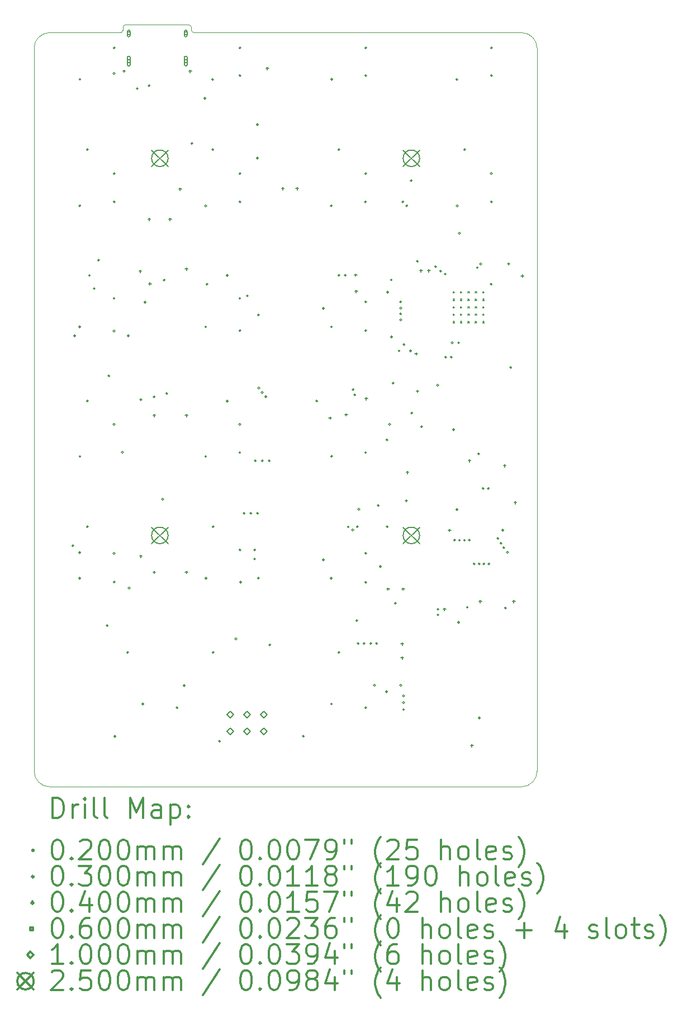
<source format=gbr>
%FSLAX45Y45*%
G04 Gerber Fmt 4.5, Leading zero omitted, Abs format (unit mm)*
G04 Created by KiCad (PCBNEW (5.1.10)-1) date 2021-06-25 21:49:00*
%MOMM*%
%LPD*%
G01*
G04 APERTURE LIST*
%TA.AperFunction,Profile*%
%ADD10C,0.100000*%
%TD*%
%ADD11C,0.200000*%
%ADD12C,0.300000*%
G04 APERTURE END LIST*
D10*
X12065000Y-3810000D02*
X12065000Y-3849687D01*
X13096875Y-3810000D02*
X13096875Y-3849687D01*
X12025312Y-3889375D02*
X11985625Y-3889375D01*
X13057187Y-3770312D02*
X12104687Y-3770312D01*
X13136562Y-3889375D02*
X13255625Y-3889375D01*
X13057187Y-3770312D02*
G75*
G02*
X13096875Y-3810000I0J-39688D01*
G01*
X12065000Y-3849687D02*
G75*
G02*
X12025312Y-3889375I-39688J0D01*
G01*
X12065000Y-3810000D02*
G75*
G02*
X12104687Y-3770312I39688J0D01*
G01*
X13136562Y-3889375D02*
G75*
G02*
X13096875Y-3849687I0J39688D01*
G01*
X10715625Y-15081250D02*
X10715625Y-4127500D01*
X10953750Y-15319375D02*
G75*
G02*
X10715625Y-15081250I0J238125D01*
G01*
X18097500Y-15319375D02*
X10953750Y-15319375D01*
X18335625Y-15081250D02*
G75*
G02*
X18097500Y-15319375I-238125J0D01*
G01*
X18335625Y-4127500D02*
X18335625Y-15081250D01*
X18097500Y-3889375D02*
G75*
G02*
X18335625Y-4127500I0J-238125D01*
G01*
X13255625Y-3889375D02*
X18097500Y-3889375D01*
X10953750Y-3889375D02*
X11985625Y-3889375D01*
X10715625Y-4127500D02*
G75*
G02*
X10953750Y-3889375I238125J0D01*
G01*
D11*
X17062400Y-7816800D02*
X17082400Y-7836800D01*
X17082400Y-7816800D02*
X17062400Y-7836800D01*
X17062400Y-7929300D02*
X17082400Y-7949300D01*
X17082400Y-7929300D02*
X17062400Y-7949300D01*
X17062400Y-8041800D02*
X17082400Y-8061800D01*
X17082400Y-8041800D02*
X17062400Y-8061800D01*
X17062400Y-8154300D02*
X17082400Y-8174300D01*
X17082400Y-8154300D02*
X17062400Y-8174300D01*
X17062400Y-8266800D02*
X17082400Y-8286800D01*
X17082400Y-8266800D02*
X17062400Y-8286800D01*
X17174900Y-7816800D02*
X17194900Y-7836800D01*
X17194900Y-7816800D02*
X17174900Y-7836800D01*
X17174900Y-7929300D02*
X17194900Y-7949300D01*
X17194900Y-7929300D02*
X17174900Y-7949300D01*
X17174900Y-8041800D02*
X17194900Y-8061800D01*
X17194900Y-8041800D02*
X17174900Y-8061800D01*
X17174900Y-8154300D02*
X17194900Y-8174300D01*
X17194900Y-8154300D02*
X17174900Y-8174300D01*
X17174900Y-8266800D02*
X17194900Y-8286800D01*
X17194900Y-8266800D02*
X17174900Y-8286800D01*
X17287400Y-7816800D02*
X17307400Y-7836800D01*
X17307400Y-7816800D02*
X17287400Y-7836800D01*
X17287400Y-7929300D02*
X17307400Y-7949300D01*
X17307400Y-7929300D02*
X17287400Y-7949300D01*
X17287400Y-8041800D02*
X17307400Y-8061800D01*
X17307400Y-8041800D02*
X17287400Y-8061800D01*
X17287400Y-8154300D02*
X17307400Y-8174300D01*
X17307400Y-8154300D02*
X17287400Y-8174300D01*
X17287400Y-8266800D02*
X17307400Y-8286800D01*
X17307400Y-8266800D02*
X17287400Y-8286800D01*
X17399900Y-7816800D02*
X17419900Y-7836800D01*
X17419900Y-7816800D02*
X17399900Y-7836800D01*
X17399900Y-7929300D02*
X17419900Y-7949300D01*
X17419900Y-7929300D02*
X17399900Y-7949300D01*
X17399900Y-8041800D02*
X17419900Y-8061800D01*
X17419900Y-8041800D02*
X17399900Y-8061800D01*
X17399900Y-8154300D02*
X17419900Y-8174300D01*
X17419900Y-8154300D02*
X17399900Y-8174300D01*
X17399900Y-8266800D02*
X17419900Y-8286800D01*
X17419900Y-8266800D02*
X17399900Y-8286800D01*
X17512400Y-7816800D02*
X17532400Y-7836800D01*
X17532400Y-7816800D02*
X17512400Y-7836800D01*
X17512400Y-7929300D02*
X17532400Y-7949300D01*
X17532400Y-7929300D02*
X17512400Y-7949300D01*
X17512400Y-8041800D02*
X17532400Y-8061800D01*
X17532400Y-8041800D02*
X17512400Y-8061800D01*
X17512400Y-8154300D02*
X17532400Y-8174300D01*
X17532400Y-8154300D02*
X17512400Y-8174300D01*
X17512400Y-8266800D02*
X17532400Y-8286800D01*
X17532400Y-8266800D02*
X17512400Y-8286800D01*
X11318000Y-11666220D02*
G75*
G03*
X11318000Y-11666220I-15000J0D01*
G01*
X11343400Y-8483600D02*
G75*
G03*
X11343400Y-8483600I-15000J0D01*
G01*
X11422139Y-11770360D02*
G75*
G03*
X11422139Y-11770360I-15000J0D01*
G01*
X11422140Y-6515100D02*
G75*
G03*
X11422140Y-6515100I-15000J0D01*
G01*
X11422140Y-12158979D02*
G75*
G03*
X11422140Y-12158979I-15000J0D01*
G01*
X11422142Y-8348980D02*
G75*
G03*
X11422142Y-8348980I-15000J0D01*
G01*
X11424544Y-10312264D02*
G75*
G03*
X11424544Y-10312264I-15000J0D01*
G01*
X11424680Y-4597400D02*
G75*
G03*
X11424680Y-4597400I-15000J0D01*
G01*
X11536440Y-9474200D02*
G75*
G03*
X11536440Y-9474200I-15000J0D01*
G01*
X11536440Y-11379200D02*
G75*
G03*
X11536440Y-11379200I-15000J0D01*
G01*
X11536441Y-5664200D02*
G75*
G03*
X11536441Y-5664200I-15000J0D01*
G01*
X11569460Y-7569200D02*
G75*
G03*
X11569460Y-7569200I-15000J0D01*
G01*
X11641060Y-7768679D02*
G75*
G03*
X11641060Y-7768679I-15000J0D01*
G01*
X11706140Y-7340600D02*
G75*
G03*
X11706140Y-7340600I-15000J0D01*
G01*
X11838700Y-12877800D02*
G75*
G03*
X11838700Y-12877800I-15000J0D01*
G01*
X11864100Y-9093200D02*
G75*
G03*
X11864100Y-9093200I-15000J0D01*
G01*
X11940300Y-4508500D02*
G75*
G03*
X11940300Y-4508500I-15000J0D01*
G01*
X11942625Y-9827475D02*
G75*
G03*
X11942625Y-9827475I-15000J0D01*
G01*
X11942840Y-12217400D02*
G75*
G03*
X11942840Y-12217400I-15000J0D01*
G01*
X11942840Y-4122420D02*
G75*
G03*
X11942840Y-4122420I-15000J0D01*
G01*
X11942840Y-6027420D02*
G75*
G03*
X11942840Y-6027420I-15000J0D01*
G01*
X11942840Y-6454140D02*
G75*
G03*
X11942840Y-6454140I-15000J0D01*
G01*
X11942840Y-7917180D02*
G75*
G03*
X11942840Y-7917180I-15000J0D01*
G01*
X11942840Y-8412480D02*
G75*
G03*
X11942840Y-8412480I-15000J0D01*
G01*
X11942840Y-11783060D02*
G75*
G03*
X11942840Y-11783060I-15000J0D01*
G01*
X11953001Y-14554200D02*
G75*
G03*
X11953001Y-14554200I-15000J0D01*
G01*
X12067300Y-10248900D02*
G75*
G03*
X12067300Y-10248900I-15000J0D01*
G01*
X12146040Y-13284200D02*
G75*
G03*
X12146040Y-13284200I-15000J0D01*
G01*
X12156204Y-8483600D02*
G75*
G03*
X12156204Y-8483600I-15000J0D01*
G01*
X12168900Y-12306300D02*
G75*
G03*
X12168900Y-12306300I-15000J0D01*
G01*
X12293360Y-4737100D02*
G75*
G03*
X12293360Y-4737100I-15000J0D01*
G01*
X12377180Y-14063980D02*
G75*
G03*
X12377180Y-14063980I-15000J0D01*
G01*
X12410200Y-7975600D02*
G75*
G03*
X12410200Y-7975600I-15000J0D01*
G01*
X12471160Y-4693920D02*
G75*
G03*
X12471160Y-4693920I-15000J0D01*
G01*
X12549900Y-9408160D02*
G75*
G03*
X12549900Y-9408160I-15000J0D01*
G01*
X12676900Y-10960100D02*
G75*
G03*
X12676900Y-10960100I-15000J0D01*
G01*
X12699760Y-7640320D02*
G75*
G03*
X12699760Y-7640320I-15000J0D01*
G01*
X12740400Y-9359900D02*
G75*
G03*
X12740400Y-9359900I-15000J0D01*
G01*
X12895340Y-14122256D02*
G75*
G03*
X12895340Y-14122256I-15000J0D01*
G01*
X13004560Y-13784580D02*
G75*
G03*
X13004560Y-13784580I-15000J0D01*
G01*
X13121400Y-5570220D02*
G75*
G03*
X13121400Y-5570220I-15000J0D01*
G01*
X13316980Y-4886960D02*
G75*
G03*
X13316980Y-4886960I-15000J0D01*
G01*
X13329347Y-8349316D02*
G75*
G03*
X13329347Y-8349316I-15000J0D01*
G01*
X13329544Y-10312264D02*
G75*
G03*
X13329544Y-10312264I-15000J0D01*
G01*
X13329680Y-6515100D02*
G75*
G03*
X13329680Y-6515100I-15000J0D01*
G01*
X13334429Y-12159460D02*
G75*
G03*
X13334429Y-12159460I-15000J0D01*
G01*
X13350000Y-7703820D02*
G75*
G03*
X13350000Y-7703820I-15000J0D01*
G01*
X13433819Y-4599939D02*
G75*
G03*
X13433819Y-4599939I-15000J0D01*
G01*
X13438900Y-5664200D02*
G75*
G03*
X13438900Y-5664200I-15000J0D01*
G01*
X13441440Y-11379200D02*
G75*
G03*
X13441440Y-11379200I-15000J0D01*
G01*
X13441440Y-13284200D02*
G75*
G03*
X13441440Y-13284200I-15000J0D01*
G01*
X13540500Y-14630400D02*
G75*
G03*
X13540500Y-14630400I-15000J0D01*
G01*
X13657340Y-7569200D02*
G75*
G03*
X13657340Y-7569200I-15000J0D01*
G01*
X13657340Y-9474200D02*
G75*
G03*
X13657340Y-9474200I-15000J0D01*
G01*
X13786880Y-13075920D02*
G75*
G03*
X13786880Y-13075920I-15000J0D01*
G01*
X13847505Y-10254316D02*
G75*
G03*
X13847505Y-10254316I-15000J0D01*
G01*
X13847625Y-9827475D02*
G75*
G03*
X13847625Y-9827475I-15000J0D01*
G01*
X13847840Y-4122420D02*
G75*
G03*
X13847840Y-4122420I-15000J0D01*
G01*
X13847840Y-4541520D02*
G75*
G03*
X13847840Y-4541520I-15000J0D01*
G01*
X13847840Y-6027420D02*
G75*
G03*
X13847840Y-6027420I-15000J0D01*
G01*
X13847840Y-6454140D02*
G75*
G03*
X13847840Y-6454140I-15000J0D01*
G01*
X13847840Y-7917180D02*
G75*
G03*
X13847840Y-7917180I-15000J0D01*
G01*
X13847840Y-11729720D02*
G75*
G03*
X13847840Y-11729720I-15000J0D01*
G01*
X13847841Y-8407400D02*
G75*
G03*
X13847841Y-8407400I-15000J0D01*
G01*
X13858000Y-12219129D02*
G75*
G03*
X13858000Y-12219129I-15000J0D01*
G01*
X13911340Y-11173460D02*
G75*
G03*
X13911340Y-11173460I-15000J0D01*
G01*
X13959600Y-7879560D02*
G75*
G03*
X13959600Y-7879560I-15000J0D01*
G01*
X14012940Y-11173461D02*
G75*
G03*
X14012940Y-11173461I-15000J0D01*
G01*
X14071360Y-11729720D02*
G75*
G03*
X14071360Y-11729720I-15000J0D01*
G01*
X14071360Y-11866880D02*
G75*
G03*
X14071360Y-11866880I-15000J0D01*
G01*
X14082131Y-10378440D02*
G75*
G03*
X14082131Y-10378440I-15000J0D01*
G01*
X14112000Y-5283211D02*
G75*
G03*
X14112000Y-5283211I-15000J0D01*
G01*
X14112000Y-5791200D02*
G75*
G03*
X14112000Y-5791200I-15000J0D01*
G01*
X14114540Y-11173460D02*
G75*
G03*
X14114540Y-11173460I-15000J0D01*
G01*
X14127240Y-8168640D02*
G75*
G03*
X14127240Y-8168640I-15000J0D01*
G01*
X14129780Y-12156440D02*
G75*
G03*
X14129780Y-12156440I-15000J0D01*
G01*
X14134860Y-9276080D02*
G75*
G03*
X14134860Y-9276080I-15000J0D01*
G01*
X14184390Y-9343390D02*
G75*
G03*
X14184390Y-9343390I-15000J0D01*
G01*
X14188200Y-10378441D02*
G75*
G03*
X14188200Y-10378441I-15000J0D01*
G01*
X14238685Y-9408160D02*
G75*
G03*
X14238685Y-9408160I-15000J0D01*
G01*
X14292340Y-10378440D02*
G75*
G03*
X14292340Y-10378440I-15000J0D01*
G01*
X14302500Y-13167360D02*
G75*
G03*
X14302500Y-13167360I-15000J0D01*
G01*
X14810500Y-14554200D02*
G75*
G03*
X14810500Y-14554200I-15000J0D01*
G01*
X15013700Y-9474200D02*
G75*
G03*
X15013700Y-9474200I-15000J0D01*
G01*
X15110220Y-8069580D02*
G75*
G03*
X15110220Y-8069580I-15000J0D01*
G01*
X15110220Y-11879580D02*
G75*
G03*
X15110220Y-11879580I-15000J0D01*
G01*
X15232140Y-6515100D02*
G75*
G03*
X15232140Y-6515100I-15000J0D01*
G01*
X15232140Y-12158980D02*
G75*
G03*
X15232140Y-12158980I-15000J0D01*
G01*
X15234343Y-8349316D02*
G75*
G03*
X15234343Y-8349316I-15000J0D01*
G01*
X15235016Y-14064316D02*
G75*
G03*
X15235016Y-14064316I-15000J0D01*
G01*
X15237078Y-10312264D02*
G75*
G03*
X15237078Y-10312264I-15000J0D01*
G01*
X15239759Y-4599939D02*
G75*
G03*
X15239759Y-4599939I-15000J0D01*
G01*
X15346440Y-5664200D02*
G75*
G03*
X15346440Y-5664200I-15000J0D01*
G01*
X15346440Y-7569200D02*
G75*
G03*
X15346440Y-7569200I-15000J0D01*
G01*
X15346441Y-13284200D02*
G75*
G03*
X15346441Y-13284200I-15000J0D01*
G01*
X15445500Y-7569200D02*
G75*
G03*
X15445500Y-7569200I-15000J0D01*
G01*
X15488680Y-11379200D02*
G75*
G03*
X15488680Y-11379200I-15000J0D01*
G01*
X15557260Y-11427460D02*
G75*
G03*
X15557260Y-11427460I-15000J0D01*
G01*
X15562340Y-9298940D02*
G75*
G03*
X15562340Y-9298940I-15000J0D01*
G01*
X15588070Y-9380551D02*
G75*
G03*
X15588070Y-9380551I-15000J0D01*
G01*
X15616159Y-12800520D02*
G75*
G03*
X15616159Y-12800520I-15000J0D01*
G01*
X15625840Y-11379200D02*
G75*
G03*
X15625840Y-11379200I-15000J0D01*
G01*
X15638779Y-13147279D02*
G75*
G03*
X15638779Y-13147279I-15000J0D01*
G01*
X15648701Y-11112501D02*
G75*
G03*
X15648701Y-11112501I-15000J0D01*
G01*
X15727725Y-13147325D02*
G75*
G03*
X15727725Y-13147325I-15000J0D01*
G01*
X15750300Y-6454140D02*
G75*
G03*
X15750300Y-6454140I-15000J0D01*
G01*
X15752504Y-10254316D02*
G75*
G03*
X15752504Y-10254316I-15000J0D01*
G01*
X15752838Y-8407400D02*
G75*
G03*
X15752838Y-8407400I-15000J0D01*
G01*
X15752840Y-4122420D02*
G75*
G03*
X15752840Y-4122420I-15000J0D01*
G01*
X15752840Y-6027420D02*
G75*
G03*
X15752840Y-6027420I-15000J0D01*
G01*
X15752840Y-7970520D02*
G75*
G03*
X15752840Y-7970520I-15000J0D01*
G01*
X15752840Y-11780520D02*
G75*
G03*
X15752840Y-11780520I-15000J0D01*
G01*
X15752840Y-12219129D02*
G75*
G03*
X15752840Y-12219129I-15000J0D01*
G01*
X15752840Y-14122400D02*
G75*
G03*
X15752840Y-14122400I-15000J0D01*
G01*
X15755380Y-4541520D02*
G75*
G03*
X15755380Y-4541520I-15000J0D01*
G01*
X15829279Y-13147280D02*
G75*
G03*
X15829279Y-13147280I-15000J0D01*
G01*
X15887460Y-13782040D02*
G75*
G03*
X15887460Y-13782040I-15000J0D01*
G01*
X15918179Y-13147280D02*
G75*
G03*
X15918179Y-13147280I-15000J0D01*
G01*
X15943340Y-11056620D02*
G75*
G03*
X15943340Y-11056620I-15000J0D01*
G01*
X15973820Y-11981180D02*
G75*
G03*
X15973820Y-11981180I-15000J0D01*
G01*
X16070340Y-13878560D02*
G75*
G03*
X16070340Y-13878560I-15000J0D01*
G01*
X16075420Y-10060940D02*
G75*
G03*
X16075420Y-10060940I-15000J0D01*
G01*
X16080500Y-11379200D02*
G75*
G03*
X16080500Y-11379200I-15000J0D01*
G01*
X16086060Y-7823200D02*
G75*
G03*
X16086060Y-7823200I-15000J0D01*
G01*
X16116275Y-9827475D02*
G75*
G03*
X16116275Y-9827475I-15000J0D01*
G01*
X16141461Y-7637780D02*
G75*
G03*
X16141461Y-7637780I-15000J0D01*
G01*
X16144000Y-8501380D02*
G75*
G03*
X16144000Y-8501380I-15000J0D01*
G01*
X16169880Y-9202420D02*
G75*
G03*
X16169880Y-9202420I-15000J0D01*
G01*
X16202420Y-12537441D02*
G75*
G03*
X16202420Y-12537441I-15000J0D01*
G01*
X16259566Y-8712200D02*
G75*
G03*
X16259566Y-8712200I-15000J0D01*
G01*
X16283699Y-8064501D02*
G75*
G03*
X16283699Y-8064501I-15000J0D01*
G01*
X16283700Y-7970520D02*
G75*
G03*
X16283700Y-7970520I-15000J0D01*
G01*
X16283700Y-13779500D02*
G75*
G03*
X16283700Y-13779500I-15000J0D01*
G01*
X16283700Y-8242300D02*
G75*
G03*
X16283700Y-8242300I-15000J0D01*
G01*
X16283700Y-8153400D02*
G75*
G03*
X16283700Y-8153400I-15000J0D01*
G01*
X16316720Y-6454140D02*
G75*
G03*
X16316720Y-6454140I-15000J0D01*
G01*
X16326880Y-13939520D02*
G75*
G03*
X16326880Y-13939520I-15000J0D01*
G01*
X16326880Y-14041119D02*
G75*
G03*
X16326880Y-14041119I-15000J0D01*
G01*
X16326882Y-14147800D02*
G75*
G03*
X16326882Y-14147800I-15000J0D01*
G01*
X16334500Y-8618220D02*
G75*
G03*
X16334500Y-8618220I-15000J0D01*
G01*
X16375140Y-6515100D02*
G75*
G03*
X16375140Y-6515100I-15000J0D01*
G01*
X16433560Y-8712200D02*
G75*
G03*
X16433560Y-8712200I-15000J0D01*
G01*
X16443720Y-6134100D02*
G75*
G03*
X16443720Y-6134100I-15000J0D01*
G01*
X16453881Y-9654540D02*
G75*
G03*
X16453881Y-9654540I-15000J0D01*
G01*
X16537700Y-7355840D02*
G75*
G03*
X16537700Y-7355840I-15000J0D01*
G01*
X16601200Y-9862820D02*
G75*
G03*
X16601200Y-9862820I-15000J0D01*
G01*
X16812021Y-7437121D02*
G75*
G03*
X16812021Y-7437121I-15000J0D01*
G01*
X16842500Y-9232900D02*
G75*
G03*
X16842500Y-9232900I-15000J0D01*
G01*
X16847580Y-12628880D02*
G75*
G03*
X16847580Y-12628880I-15000J0D01*
G01*
X16847581Y-12712700D02*
G75*
G03*
X16847581Y-12712700I-15000J0D01*
G01*
X16886948Y-7504433D02*
G75*
G03*
X16886948Y-7504433I-15000J0D01*
G01*
X16956800Y-7548880D02*
G75*
G03*
X16956800Y-7548880I-15000J0D01*
G01*
X16964420Y-8808720D02*
G75*
G03*
X16964420Y-8808720I-15000J0D01*
G01*
X17050780Y-8808720D02*
G75*
G03*
X17050780Y-8808720I-15000J0D01*
G01*
X17063480Y-8590280D02*
G75*
G03*
X17063480Y-8590280I-15000J0D01*
G01*
X17083801Y-9906000D02*
G75*
G03*
X17083801Y-9906000I-15000J0D01*
G01*
X17099385Y-11582418D02*
G75*
G03*
X17099385Y-11582418I-15000J0D01*
G01*
X17132058Y-4599939D02*
G75*
G03*
X17132058Y-4599939I-15000J0D01*
G01*
X17135852Y-11119641D02*
G75*
G03*
X17135852Y-11119641I-15000J0D01*
G01*
X17139680Y-6515100D02*
G75*
G03*
X17139680Y-6515100I-15000J0D01*
G01*
X17160000Y-12827000D02*
G75*
G03*
X17160000Y-12827000I-15000J0D01*
G01*
X17162540Y-8590280D02*
G75*
G03*
X17162540Y-8590280I-15000J0D01*
G01*
X17174626Y-11582281D02*
G75*
G03*
X17174626Y-11582281I-15000J0D01*
G01*
X17174910Y-6931990D02*
G75*
G03*
X17174910Y-6931990I-15000J0D01*
G01*
X17249862Y-11583113D02*
G75*
G03*
X17249862Y-11583113I-15000J0D01*
G01*
X17251440Y-5664200D02*
G75*
G03*
X17251440Y-5664200I-15000J0D01*
G01*
X17292080Y-12598398D02*
G75*
G03*
X17292080Y-12598398I-15000J0D01*
G01*
X17325100Y-11582400D02*
G75*
G03*
X17325100Y-11582400I-15000J0D01*
G01*
X17395454Y-11940540D02*
G75*
G03*
X17395454Y-11940540I-15000J0D01*
G01*
X17444480Y-7452360D02*
G75*
G03*
X17444480Y-7452360I-15000J0D01*
G01*
X17464800Y-10274300D02*
G75*
G03*
X17464800Y-10274300I-15000J0D01*
G01*
X17470695Y-11940540D02*
G75*
G03*
X17470695Y-11940540I-15000J0D01*
G01*
X17474960Y-14274800D02*
G75*
G03*
X17474960Y-14274800I-15000J0D01*
G01*
X17497820Y-7396480D02*
G75*
G03*
X17497820Y-7396480I-15000J0D01*
G01*
X17530840Y-10797540D02*
G75*
G03*
X17530840Y-10797540I-15000J0D01*
G01*
X17545937Y-11940540D02*
G75*
G03*
X17545937Y-11940540I-15000J0D01*
G01*
X17612120Y-10797540D02*
G75*
G03*
X17612120Y-10797540I-15000J0D01*
G01*
X17621178Y-11940540D02*
G75*
G03*
X17621178Y-11940540I-15000J0D01*
G01*
X17655301Y-7703820D02*
G75*
G03*
X17655301Y-7703820I-15000J0D01*
G01*
X17657840Y-4122420D02*
G75*
G03*
X17657840Y-4122420I-15000J0D01*
G01*
X17657840Y-4541520D02*
G75*
G03*
X17657840Y-4541520I-15000J0D01*
G01*
X17657840Y-6024880D02*
G75*
G03*
X17657840Y-6024880I-15000J0D01*
G01*
X17657840Y-6454140D02*
G75*
G03*
X17657840Y-6454140I-15000J0D01*
G01*
X17756900Y-11557000D02*
G75*
G03*
X17756900Y-11557000I-15000J0D01*
G01*
X17801351Y-11626851D02*
G75*
G03*
X17801351Y-11626851I-15000J0D01*
G01*
X17830560Y-11430000D02*
G75*
G03*
X17830560Y-11430000I-15000J0D01*
G01*
X17845800Y-11696700D02*
G75*
G03*
X17845800Y-11696700I-15000J0D01*
G01*
X17871200Y-12611100D02*
G75*
G03*
X17871200Y-12611100I-15000J0D01*
G01*
X17902949Y-11766549D02*
G75*
G03*
X17902949Y-11766549I-15000J0D01*
G01*
X17950101Y-8966200D02*
G75*
G03*
X17950101Y-8966200I-15000J0D01*
G01*
X12077701Y-4450400D02*
X12077701Y-4490400D01*
X12057701Y-4470400D02*
X12097701Y-4470400D01*
X12325385Y-7485700D02*
X12325385Y-7525700D01*
X12305385Y-7505700D02*
X12345385Y-7505700D01*
X12331700Y-9428800D02*
X12331700Y-9468800D01*
X12311700Y-9448800D02*
X12351700Y-9448800D01*
X12331700Y-11803700D02*
X12331700Y-11843700D01*
X12311700Y-11823700D02*
X12351700Y-11823700D01*
X12458700Y-6698300D02*
X12458700Y-6738300D01*
X12438700Y-6718300D02*
X12478700Y-6718300D01*
X12471400Y-7673820D02*
X12471400Y-7713820D01*
X12451400Y-7693820D02*
X12491400Y-7693820D01*
X12534900Y-9670100D02*
X12534900Y-9710100D01*
X12514900Y-9690100D02*
X12554900Y-9690100D01*
X12534900Y-12045000D02*
X12534900Y-12085000D01*
X12514900Y-12065000D02*
X12554900Y-12065000D01*
X12776200Y-6698300D02*
X12776200Y-6738300D01*
X12756200Y-6718300D02*
X12796200Y-6718300D01*
X12928600Y-6241100D02*
X12928600Y-6281100D01*
X12908600Y-6261100D02*
X12948600Y-6261100D01*
X13025120Y-7450140D02*
X13025120Y-7490140D01*
X13005120Y-7470140D02*
X13045120Y-7470140D01*
X13025120Y-9670100D02*
X13025120Y-9710100D01*
X13005120Y-9690100D02*
X13045120Y-9690100D01*
X13025120Y-12045000D02*
X13025120Y-12085000D01*
X13005120Y-12065000D02*
X13045120Y-12065000D01*
X13081000Y-4453579D02*
X13081000Y-4493579D01*
X13061000Y-4473579D02*
X13101000Y-4473579D01*
X14249400Y-4412300D02*
X14249400Y-4452300D01*
X14229400Y-4432300D02*
X14269400Y-4432300D01*
X14483080Y-6233480D02*
X14483080Y-6273480D01*
X14463080Y-6253480D02*
X14503080Y-6253480D01*
X14701520Y-6233480D02*
X14701520Y-6273480D01*
X14681520Y-6253480D02*
X14721520Y-6253480D01*
X15199360Y-9708200D02*
X15199360Y-9748200D01*
X15179360Y-9728200D02*
X15219360Y-9728200D01*
X15443200Y-9657400D02*
X15443200Y-9697400D01*
X15423200Y-9677400D02*
X15463200Y-9677400D01*
X15585440Y-7541580D02*
X15585440Y-7581580D01*
X15565440Y-7561580D02*
X15605440Y-7561580D01*
X15595600Y-7790500D02*
X15595600Y-7830500D01*
X15575600Y-7810500D02*
X15615600Y-7810500D01*
X15748000Y-9416100D02*
X15748000Y-9456100D01*
X15728000Y-9436100D02*
X15768000Y-9436100D01*
X16078200Y-12299000D02*
X16078200Y-12339000D01*
X16058200Y-12319000D02*
X16098200Y-12319000D01*
X16291560Y-13132759D02*
X16291560Y-13172759D01*
X16271560Y-13152759D02*
X16311560Y-13152759D01*
X16291560Y-13342940D02*
X16291560Y-13382940D01*
X16271560Y-13362940D02*
X16311560Y-13362940D01*
X16306800Y-12299000D02*
X16306800Y-12339000D01*
X16286800Y-12319000D02*
X16326800Y-12319000D01*
X16355060Y-10962960D02*
X16355060Y-11002960D01*
X16335060Y-10982960D02*
X16375060Y-10982960D01*
X16370300Y-10533700D02*
X16370300Y-10573700D01*
X16350300Y-10553700D02*
X16390300Y-10553700D01*
X16502879Y-8736026D02*
X16502879Y-8776026D01*
X16482879Y-8756026D02*
X16522879Y-8756026D01*
X16522700Y-9301800D02*
X16522700Y-9341800D01*
X16502700Y-9321800D02*
X16542700Y-9321800D01*
X16578580Y-7475540D02*
X16578580Y-7515540D01*
X16558580Y-7495540D02*
X16598580Y-7495540D01*
X16695420Y-7475540D02*
X16695420Y-7515540D01*
X16675420Y-7495540D02*
X16715420Y-7495540D01*
X16931640Y-12608880D02*
X16931640Y-12648880D01*
X16911640Y-12628880D02*
X16951640Y-12628880D01*
X17010380Y-11410000D02*
X17010380Y-11450000D01*
X16990380Y-11430000D02*
X17030380Y-11430000D01*
X17310100Y-10355900D02*
X17310100Y-10395900D01*
X17290100Y-10375900D02*
X17330100Y-10375900D01*
X17348200Y-14673900D02*
X17348200Y-14713900D01*
X17328200Y-14693900D02*
X17368200Y-14693900D01*
X17475200Y-12489500D02*
X17475200Y-12529500D01*
X17455200Y-12509500D02*
X17495200Y-12509500D01*
X17843500Y-10432100D02*
X17843500Y-10472100D01*
X17823500Y-10452100D02*
X17863500Y-10452100D01*
X17904460Y-7371400D02*
X17904460Y-7411400D01*
X17884460Y-7391400D02*
X17924460Y-7391400D01*
X17983200Y-12489500D02*
X17983200Y-12529500D01*
X17963200Y-12509500D02*
X18003200Y-12509500D01*
X18006060Y-10990900D02*
X18006060Y-11030900D01*
X17986060Y-11010900D02*
X18026060Y-11010900D01*
X18112740Y-7556820D02*
X18112740Y-7596820D01*
X18092740Y-7576820D02*
X18132740Y-7576820D01*
X12170151Y-3924651D02*
X12170151Y-3882224D01*
X12127724Y-3882224D01*
X12127724Y-3924651D01*
X12170151Y-3924651D01*
X12128937Y-3873437D02*
X12128937Y-3933437D01*
X12168937Y-3873437D02*
X12168937Y-3933437D01*
X12128937Y-3933437D02*
G75*
G03*
X12168937Y-3933437I20000J0D01*
G01*
X12168937Y-3873437D02*
G75*
G03*
X12128937Y-3873437I-20000J0D01*
G01*
X12170151Y-4342651D02*
X12170151Y-4300224D01*
X12127724Y-4300224D01*
X12127724Y-4342651D01*
X12170151Y-4342651D01*
X12128937Y-4266438D02*
X12128937Y-4376438D01*
X12168937Y-4266438D02*
X12168937Y-4376438D01*
X12128937Y-4376438D02*
G75*
G03*
X12168937Y-4376438I20000J0D01*
G01*
X12168937Y-4266438D02*
G75*
G03*
X12128937Y-4266438I-20000J0D01*
G01*
X13034151Y-3924651D02*
X13034151Y-3882224D01*
X12991724Y-3882224D01*
X12991724Y-3924651D01*
X13034151Y-3924651D01*
X12992937Y-3873437D02*
X12992937Y-3933437D01*
X13032937Y-3873437D02*
X13032937Y-3933437D01*
X12992937Y-3933437D02*
G75*
G03*
X13032937Y-3933437I20000J0D01*
G01*
X13032937Y-3873437D02*
G75*
G03*
X12992937Y-3873437I-20000J0D01*
G01*
X13034151Y-4342651D02*
X13034151Y-4300224D01*
X12991724Y-4300224D01*
X12991724Y-4342651D01*
X13034151Y-4342651D01*
X12992937Y-4266438D02*
X12992937Y-4376438D01*
X13032937Y-4266438D02*
X13032937Y-4376438D01*
X12992937Y-4376438D02*
G75*
G03*
X13032937Y-4376438I20000J0D01*
G01*
X13032937Y-4266438D02*
G75*
G03*
X12992937Y-4266438I-20000J0D01*
G01*
X13690600Y-14274000D02*
X13740600Y-14224000D01*
X13690600Y-14174000D01*
X13640600Y-14224000D01*
X13690600Y-14274000D01*
X13690600Y-14528000D02*
X13740600Y-14478000D01*
X13690600Y-14428000D01*
X13640600Y-14478000D01*
X13690600Y-14528000D01*
X13944600Y-14274000D02*
X13994600Y-14224000D01*
X13944600Y-14174000D01*
X13894600Y-14224000D01*
X13944600Y-14274000D01*
X13944600Y-14528000D02*
X13994600Y-14478000D01*
X13944600Y-14428000D01*
X13894600Y-14478000D01*
X13944600Y-14528000D01*
X14198600Y-14274000D02*
X14248600Y-14224000D01*
X14198600Y-14174000D01*
X14148600Y-14224000D01*
X14198600Y-14274000D01*
X14198600Y-14528000D02*
X14248600Y-14478000D01*
X14198600Y-14428000D01*
X14148600Y-14478000D01*
X14198600Y-14528000D01*
X12495625Y-5669375D02*
X12745625Y-5919375D01*
X12745625Y-5669375D02*
X12495625Y-5919375D01*
X12745625Y-5794375D02*
G75*
G03*
X12745625Y-5794375I-125000J0D01*
G01*
X12495625Y-11384375D02*
X12745625Y-11634375D01*
X12745625Y-11384375D02*
X12495625Y-11634375D01*
X12745625Y-11509375D02*
G75*
G03*
X12745625Y-11509375I-125000J0D01*
G01*
X16305625Y-5669375D02*
X16555625Y-5919375D01*
X16555625Y-5669375D02*
X16305625Y-5919375D01*
X16555625Y-5794375D02*
G75*
G03*
X16555625Y-5794375I-125000J0D01*
G01*
X16305625Y-11384375D02*
X16555625Y-11634375D01*
X16555625Y-11384375D02*
X16305625Y-11634375D01*
X16555625Y-11509375D02*
G75*
G03*
X16555625Y-11509375I-125000J0D01*
G01*
D12*
X10997053Y-15790089D02*
X10997053Y-15490089D01*
X11068482Y-15490089D01*
X11111339Y-15504375D01*
X11139911Y-15532946D01*
X11154196Y-15561518D01*
X11168482Y-15618661D01*
X11168482Y-15661518D01*
X11154196Y-15718661D01*
X11139911Y-15747232D01*
X11111339Y-15775804D01*
X11068482Y-15790089D01*
X10997053Y-15790089D01*
X11297053Y-15790089D02*
X11297053Y-15590089D01*
X11297053Y-15647232D02*
X11311339Y-15618661D01*
X11325625Y-15604375D01*
X11354196Y-15590089D01*
X11382768Y-15590089D01*
X11482768Y-15790089D02*
X11482768Y-15590089D01*
X11482768Y-15490089D02*
X11468482Y-15504375D01*
X11482768Y-15518661D01*
X11497053Y-15504375D01*
X11482768Y-15490089D01*
X11482768Y-15518661D01*
X11668482Y-15790089D02*
X11639911Y-15775804D01*
X11625625Y-15747232D01*
X11625625Y-15490089D01*
X11825625Y-15790089D02*
X11797053Y-15775804D01*
X11782768Y-15747232D01*
X11782768Y-15490089D01*
X12168482Y-15790089D02*
X12168482Y-15490089D01*
X12268482Y-15704375D01*
X12368482Y-15490089D01*
X12368482Y-15790089D01*
X12639911Y-15790089D02*
X12639911Y-15632946D01*
X12625625Y-15604375D01*
X12597053Y-15590089D01*
X12539911Y-15590089D01*
X12511339Y-15604375D01*
X12639911Y-15775804D02*
X12611339Y-15790089D01*
X12539911Y-15790089D01*
X12511339Y-15775804D01*
X12497053Y-15747232D01*
X12497053Y-15718661D01*
X12511339Y-15690089D01*
X12539911Y-15675804D01*
X12611339Y-15675804D01*
X12639911Y-15661518D01*
X12782768Y-15590089D02*
X12782768Y-15890089D01*
X12782768Y-15604375D02*
X12811339Y-15590089D01*
X12868482Y-15590089D01*
X12897053Y-15604375D01*
X12911339Y-15618661D01*
X12925625Y-15647232D01*
X12925625Y-15732946D01*
X12911339Y-15761518D01*
X12897053Y-15775804D01*
X12868482Y-15790089D01*
X12811339Y-15790089D01*
X12782768Y-15775804D01*
X13054196Y-15761518D02*
X13068482Y-15775804D01*
X13054196Y-15790089D01*
X13039911Y-15775804D01*
X13054196Y-15761518D01*
X13054196Y-15790089D01*
X13054196Y-15604375D02*
X13068482Y-15618661D01*
X13054196Y-15632946D01*
X13039911Y-15618661D01*
X13054196Y-15604375D01*
X13054196Y-15632946D01*
X10690625Y-16274375D02*
X10710625Y-16294375D01*
X10710625Y-16274375D02*
X10690625Y-16294375D01*
X11054196Y-16120089D02*
X11082768Y-16120089D01*
X11111339Y-16134375D01*
X11125625Y-16148661D01*
X11139911Y-16177232D01*
X11154196Y-16234375D01*
X11154196Y-16305804D01*
X11139911Y-16362946D01*
X11125625Y-16391518D01*
X11111339Y-16405804D01*
X11082768Y-16420089D01*
X11054196Y-16420089D01*
X11025625Y-16405804D01*
X11011339Y-16391518D01*
X10997053Y-16362946D01*
X10982768Y-16305804D01*
X10982768Y-16234375D01*
X10997053Y-16177232D01*
X11011339Y-16148661D01*
X11025625Y-16134375D01*
X11054196Y-16120089D01*
X11282768Y-16391518D02*
X11297053Y-16405804D01*
X11282768Y-16420089D01*
X11268482Y-16405804D01*
X11282768Y-16391518D01*
X11282768Y-16420089D01*
X11411339Y-16148661D02*
X11425625Y-16134375D01*
X11454196Y-16120089D01*
X11525625Y-16120089D01*
X11554196Y-16134375D01*
X11568482Y-16148661D01*
X11582768Y-16177232D01*
X11582768Y-16205804D01*
X11568482Y-16248661D01*
X11397053Y-16420089D01*
X11582768Y-16420089D01*
X11768482Y-16120089D02*
X11797053Y-16120089D01*
X11825625Y-16134375D01*
X11839911Y-16148661D01*
X11854196Y-16177232D01*
X11868482Y-16234375D01*
X11868482Y-16305804D01*
X11854196Y-16362946D01*
X11839911Y-16391518D01*
X11825625Y-16405804D01*
X11797053Y-16420089D01*
X11768482Y-16420089D01*
X11739911Y-16405804D01*
X11725625Y-16391518D01*
X11711339Y-16362946D01*
X11697053Y-16305804D01*
X11697053Y-16234375D01*
X11711339Y-16177232D01*
X11725625Y-16148661D01*
X11739911Y-16134375D01*
X11768482Y-16120089D01*
X12054196Y-16120089D02*
X12082768Y-16120089D01*
X12111339Y-16134375D01*
X12125625Y-16148661D01*
X12139911Y-16177232D01*
X12154196Y-16234375D01*
X12154196Y-16305804D01*
X12139911Y-16362946D01*
X12125625Y-16391518D01*
X12111339Y-16405804D01*
X12082768Y-16420089D01*
X12054196Y-16420089D01*
X12025625Y-16405804D01*
X12011339Y-16391518D01*
X11997053Y-16362946D01*
X11982768Y-16305804D01*
X11982768Y-16234375D01*
X11997053Y-16177232D01*
X12011339Y-16148661D01*
X12025625Y-16134375D01*
X12054196Y-16120089D01*
X12282768Y-16420089D02*
X12282768Y-16220089D01*
X12282768Y-16248661D02*
X12297053Y-16234375D01*
X12325625Y-16220089D01*
X12368482Y-16220089D01*
X12397053Y-16234375D01*
X12411339Y-16262946D01*
X12411339Y-16420089D01*
X12411339Y-16262946D02*
X12425625Y-16234375D01*
X12454196Y-16220089D01*
X12497053Y-16220089D01*
X12525625Y-16234375D01*
X12539911Y-16262946D01*
X12539911Y-16420089D01*
X12682768Y-16420089D02*
X12682768Y-16220089D01*
X12682768Y-16248661D02*
X12697053Y-16234375D01*
X12725625Y-16220089D01*
X12768482Y-16220089D01*
X12797053Y-16234375D01*
X12811339Y-16262946D01*
X12811339Y-16420089D01*
X12811339Y-16262946D02*
X12825625Y-16234375D01*
X12854196Y-16220089D01*
X12897053Y-16220089D01*
X12925625Y-16234375D01*
X12939911Y-16262946D01*
X12939911Y-16420089D01*
X13525625Y-16105804D02*
X13268482Y-16491518D01*
X13911339Y-16120089D02*
X13939911Y-16120089D01*
X13968482Y-16134375D01*
X13982768Y-16148661D01*
X13997053Y-16177232D01*
X14011339Y-16234375D01*
X14011339Y-16305804D01*
X13997053Y-16362946D01*
X13982768Y-16391518D01*
X13968482Y-16405804D01*
X13939911Y-16420089D01*
X13911339Y-16420089D01*
X13882768Y-16405804D01*
X13868482Y-16391518D01*
X13854196Y-16362946D01*
X13839911Y-16305804D01*
X13839911Y-16234375D01*
X13854196Y-16177232D01*
X13868482Y-16148661D01*
X13882768Y-16134375D01*
X13911339Y-16120089D01*
X14139911Y-16391518D02*
X14154196Y-16405804D01*
X14139911Y-16420089D01*
X14125625Y-16405804D01*
X14139911Y-16391518D01*
X14139911Y-16420089D01*
X14339911Y-16120089D02*
X14368482Y-16120089D01*
X14397053Y-16134375D01*
X14411339Y-16148661D01*
X14425625Y-16177232D01*
X14439911Y-16234375D01*
X14439911Y-16305804D01*
X14425625Y-16362946D01*
X14411339Y-16391518D01*
X14397053Y-16405804D01*
X14368482Y-16420089D01*
X14339911Y-16420089D01*
X14311339Y-16405804D01*
X14297053Y-16391518D01*
X14282768Y-16362946D01*
X14268482Y-16305804D01*
X14268482Y-16234375D01*
X14282768Y-16177232D01*
X14297053Y-16148661D01*
X14311339Y-16134375D01*
X14339911Y-16120089D01*
X14625625Y-16120089D02*
X14654196Y-16120089D01*
X14682768Y-16134375D01*
X14697053Y-16148661D01*
X14711339Y-16177232D01*
X14725625Y-16234375D01*
X14725625Y-16305804D01*
X14711339Y-16362946D01*
X14697053Y-16391518D01*
X14682768Y-16405804D01*
X14654196Y-16420089D01*
X14625625Y-16420089D01*
X14597053Y-16405804D01*
X14582768Y-16391518D01*
X14568482Y-16362946D01*
X14554196Y-16305804D01*
X14554196Y-16234375D01*
X14568482Y-16177232D01*
X14582768Y-16148661D01*
X14597053Y-16134375D01*
X14625625Y-16120089D01*
X14825625Y-16120089D02*
X15025625Y-16120089D01*
X14897053Y-16420089D01*
X15154196Y-16420089D02*
X15211339Y-16420089D01*
X15239911Y-16405804D01*
X15254196Y-16391518D01*
X15282768Y-16348661D01*
X15297053Y-16291518D01*
X15297053Y-16177232D01*
X15282768Y-16148661D01*
X15268482Y-16134375D01*
X15239911Y-16120089D01*
X15182768Y-16120089D01*
X15154196Y-16134375D01*
X15139911Y-16148661D01*
X15125625Y-16177232D01*
X15125625Y-16248661D01*
X15139911Y-16277232D01*
X15154196Y-16291518D01*
X15182768Y-16305804D01*
X15239911Y-16305804D01*
X15268482Y-16291518D01*
X15282768Y-16277232D01*
X15297053Y-16248661D01*
X15411339Y-16120089D02*
X15411339Y-16177232D01*
X15525625Y-16120089D02*
X15525625Y-16177232D01*
X15968482Y-16534375D02*
X15954196Y-16520089D01*
X15925625Y-16477232D01*
X15911339Y-16448661D01*
X15897053Y-16405804D01*
X15882768Y-16334375D01*
X15882768Y-16277232D01*
X15897053Y-16205804D01*
X15911339Y-16162946D01*
X15925625Y-16134375D01*
X15954196Y-16091518D01*
X15968482Y-16077232D01*
X16068482Y-16148661D02*
X16082768Y-16134375D01*
X16111339Y-16120089D01*
X16182768Y-16120089D01*
X16211339Y-16134375D01*
X16225625Y-16148661D01*
X16239911Y-16177232D01*
X16239911Y-16205804D01*
X16225625Y-16248661D01*
X16054196Y-16420089D01*
X16239911Y-16420089D01*
X16511339Y-16120089D02*
X16368482Y-16120089D01*
X16354196Y-16262946D01*
X16368482Y-16248661D01*
X16397053Y-16234375D01*
X16468482Y-16234375D01*
X16497053Y-16248661D01*
X16511339Y-16262946D01*
X16525625Y-16291518D01*
X16525625Y-16362946D01*
X16511339Y-16391518D01*
X16497053Y-16405804D01*
X16468482Y-16420089D01*
X16397053Y-16420089D01*
X16368482Y-16405804D01*
X16354196Y-16391518D01*
X16882768Y-16420089D02*
X16882768Y-16120089D01*
X17011339Y-16420089D02*
X17011339Y-16262946D01*
X16997053Y-16234375D01*
X16968482Y-16220089D01*
X16925625Y-16220089D01*
X16897053Y-16234375D01*
X16882768Y-16248661D01*
X17197053Y-16420089D02*
X17168482Y-16405804D01*
X17154196Y-16391518D01*
X17139911Y-16362946D01*
X17139911Y-16277232D01*
X17154196Y-16248661D01*
X17168482Y-16234375D01*
X17197053Y-16220089D01*
X17239911Y-16220089D01*
X17268482Y-16234375D01*
X17282768Y-16248661D01*
X17297053Y-16277232D01*
X17297053Y-16362946D01*
X17282768Y-16391518D01*
X17268482Y-16405804D01*
X17239911Y-16420089D01*
X17197053Y-16420089D01*
X17468482Y-16420089D02*
X17439911Y-16405804D01*
X17425625Y-16377232D01*
X17425625Y-16120089D01*
X17697053Y-16405804D02*
X17668482Y-16420089D01*
X17611339Y-16420089D01*
X17582768Y-16405804D01*
X17568482Y-16377232D01*
X17568482Y-16262946D01*
X17582768Y-16234375D01*
X17611339Y-16220089D01*
X17668482Y-16220089D01*
X17697053Y-16234375D01*
X17711339Y-16262946D01*
X17711339Y-16291518D01*
X17568482Y-16320089D01*
X17825625Y-16405804D02*
X17854196Y-16420089D01*
X17911339Y-16420089D01*
X17939911Y-16405804D01*
X17954196Y-16377232D01*
X17954196Y-16362946D01*
X17939911Y-16334375D01*
X17911339Y-16320089D01*
X17868482Y-16320089D01*
X17839911Y-16305804D01*
X17825625Y-16277232D01*
X17825625Y-16262946D01*
X17839911Y-16234375D01*
X17868482Y-16220089D01*
X17911339Y-16220089D01*
X17939911Y-16234375D01*
X18054196Y-16534375D02*
X18068482Y-16520089D01*
X18097053Y-16477232D01*
X18111339Y-16448661D01*
X18125625Y-16405804D01*
X18139911Y-16334375D01*
X18139911Y-16277232D01*
X18125625Y-16205804D01*
X18111339Y-16162946D01*
X18097053Y-16134375D01*
X18068482Y-16091518D01*
X18054196Y-16077232D01*
X10710625Y-16680375D02*
G75*
G03*
X10710625Y-16680375I-15000J0D01*
G01*
X11054196Y-16516089D02*
X11082768Y-16516089D01*
X11111339Y-16530375D01*
X11125625Y-16544661D01*
X11139911Y-16573232D01*
X11154196Y-16630375D01*
X11154196Y-16701804D01*
X11139911Y-16758946D01*
X11125625Y-16787518D01*
X11111339Y-16801804D01*
X11082768Y-16816089D01*
X11054196Y-16816089D01*
X11025625Y-16801804D01*
X11011339Y-16787518D01*
X10997053Y-16758946D01*
X10982768Y-16701804D01*
X10982768Y-16630375D01*
X10997053Y-16573232D01*
X11011339Y-16544661D01*
X11025625Y-16530375D01*
X11054196Y-16516089D01*
X11282768Y-16787518D02*
X11297053Y-16801804D01*
X11282768Y-16816089D01*
X11268482Y-16801804D01*
X11282768Y-16787518D01*
X11282768Y-16816089D01*
X11397053Y-16516089D02*
X11582768Y-16516089D01*
X11482768Y-16630375D01*
X11525625Y-16630375D01*
X11554196Y-16644661D01*
X11568482Y-16658946D01*
X11582768Y-16687518D01*
X11582768Y-16758946D01*
X11568482Y-16787518D01*
X11554196Y-16801804D01*
X11525625Y-16816089D01*
X11439911Y-16816089D01*
X11411339Y-16801804D01*
X11397053Y-16787518D01*
X11768482Y-16516089D02*
X11797053Y-16516089D01*
X11825625Y-16530375D01*
X11839911Y-16544661D01*
X11854196Y-16573232D01*
X11868482Y-16630375D01*
X11868482Y-16701804D01*
X11854196Y-16758946D01*
X11839911Y-16787518D01*
X11825625Y-16801804D01*
X11797053Y-16816089D01*
X11768482Y-16816089D01*
X11739911Y-16801804D01*
X11725625Y-16787518D01*
X11711339Y-16758946D01*
X11697053Y-16701804D01*
X11697053Y-16630375D01*
X11711339Y-16573232D01*
X11725625Y-16544661D01*
X11739911Y-16530375D01*
X11768482Y-16516089D01*
X12054196Y-16516089D02*
X12082768Y-16516089D01*
X12111339Y-16530375D01*
X12125625Y-16544661D01*
X12139911Y-16573232D01*
X12154196Y-16630375D01*
X12154196Y-16701804D01*
X12139911Y-16758946D01*
X12125625Y-16787518D01*
X12111339Y-16801804D01*
X12082768Y-16816089D01*
X12054196Y-16816089D01*
X12025625Y-16801804D01*
X12011339Y-16787518D01*
X11997053Y-16758946D01*
X11982768Y-16701804D01*
X11982768Y-16630375D01*
X11997053Y-16573232D01*
X12011339Y-16544661D01*
X12025625Y-16530375D01*
X12054196Y-16516089D01*
X12282768Y-16816089D02*
X12282768Y-16616089D01*
X12282768Y-16644661D02*
X12297053Y-16630375D01*
X12325625Y-16616089D01*
X12368482Y-16616089D01*
X12397053Y-16630375D01*
X12411339Y-16658946D01*
X12411339Y-16816089D01*
X12411339Y-16658946D02*
X12425625Y-16630375D01*
X12454196Y-16616089D01*
X12497053Y-16616089D01*
X12525625Y-16630375D01*
X12539911Y-16658946D01*
X12539911Y-16816089D01*
X12682768Y-16816089D02*
X12682768Y-16616089D01*
X12682768Y-16644661D02*
X12697053Y-16630375D01*
X12725625Y-16616089D01*
X12768482Y-16616089D01*
X12797053Y-16630375D01*
X12811339Y-16658946D01*
X12811339Y-16816089D01*
X12811339Y-16658946D02*
X12825625Y-16630375D01*
X12854196Y-16616089D01*
X12897053Y-16616089D01*
X12925625Y-16630375D01*
X12939911Y-16658946D01*
X12939911Y-16816089D01*
X13525625Y-16501804D02*
X13268482Y-16887518D01*
X13911339Y-16516089D02*
X13939911Y-16516089D01*
X13968482Y-16530375D01*
X13982768Y-16544661D01*
X13997053Y-16573232D01*
X14011339Y-16630375D01*
X14011339Y-16701804D01*
X13997053Y-16758946D01*
X13982768Y-16787518D01*
X13968482Y-16801804D01*
X13939911Y-16816089D01*
X13911339Y-16816089D01*
X13882768Y-16801804D01*
X13868482Y-16787518D01*
X13854196Y-16758946D01*
X13839911Y-16701804D01*
X13839911Y-16630375D01*
X13854196Y-16573232D01*
X13868482Y-16544661D01*
X13882768Y-16530375D01*
X13911339Y-16516089D01*
X14139911Y-16787518D02*
X14154196Y-16801804D01*
X14139911Y-16816089D01*
X14125625Y-16801804D01*
X14139911Y-16787518D01*
X14139911Y-16816089D01*
X14339911Y-16516089D02*
X14368482Y-16516089D01*
X14397053Y-16530375D01*
X14411339Y-16544661D01*
X14425625Y-16573232D01*
X14439911Y-16630375D01*
X14439911Y-16701804D01*
X14425625Y-16758946D01*
X14411339Y-16787518D01*
X14397053Y-16801804D01*
X14368482Y-16816089D01*
X14339911Y-16816089D01*
X14311339Y-16801804D01*
X14297053Y-16787518D01*
X14282768Y-16758946D01*
X14268482Y-16701804D01*
X14268482Y-16630375D01*
X14282768Y-16573232D01*
X14297053Y-16544661D01*
X14311339Y-16530375D01*
X14339911Y-16516089D01*
X14725625Y-16816089D02*
X14554196Y-16816089D01*
X14639911Y-16816089D02*
X14639911Y-16516089D01*
X14611339Y-16558946D01*
X14582768Y-16587518D01*
X14554196Y-16601804D01*
X15011339Y-16816089D02*
X14839911Y-16816089D01*
X14925625Y-16816089D02*
X14925625Y-16516089D01*
X14897053Y-16558946D01*
X14868482Y-16587518D01*
X14839911Y-16601804D01*
X15182768Y-16644661D02*
X15154196Y-16630375D01*
X15139911Y-16616089D01*
X15125625Y-16587518D01*
X15125625Y-16573232D01*
X15139911Y-16544661D01*
X15154196Y-16530375D01*
X15182768Y-16516089D01*
X15239911Y-16516089D01*
X15268482Y-16530375D01*
X15282768Y-16544661D01*
X15297053Y-16573232D01*
X15297053Y-16587518D01*
X15282768Y-16616089D01*
X15268482Y-16630375D01*
X15239911Y-16644661D01*
X15182768Y-16644661D01*
X15154196Y-16658946D01*
X15139911Y-16673232D01*
X15125625Y-16701804D01*
X15125625Y-16758946D01*
X15139911Y-16787518D01*
X15154196Y-16801804D01*
X15182768Y-16816089D01*
X15239911Y-16816089D01*
X15268482Y-16801804D01*
X15282768Y-16787518D01*
X15297053Y-16758946D01*
X15297053Y-16701804D01*
X15282768Y-16673232D01*
X15268482Y-16658946D01*
X15239911Y-16644661D01*
X15411339Y-16516089D02*
X15411339Y-16573232D01*
X15525625Y-16516089D02*
X15525625Y-16573232D01*
X15968482Y-16930375D02*
X15954196Y-16916089D01*
X15925625Y-16873232D01*
X15911339Y-16844661D01*
X15897053Y-16801804D01*
X15882768Y-16730375D01*
X15882768Y-16673232D01*
X15897053Y-16601804D01*
X15911339Y-16558946D01*
X15925625Y-16530375D01*
X15954196Y-16487518D01*
X15968482Y-16473232D01*
X16239911Y-16816089D02*
X16068482Y-16816089D01*
X16154196Y-16816089D02*
X16154196Y-16516089D01*
X16125625Y-16558946D01*
X16097053Y-16587518D01*
X16068482Y-16601804D01*
X16382768Y-16816089D02*
X16439911Y-16816089D01*
X16468482Y-16801804D01*
X16482768Y-16787518D01*
X16511339Y-16744661D01*
X16525625Y-16687518D01*
X16525625Y-16573232D01*
X16511339Y-16544661D01*
X16497053Y-16530375D01*
X16468482Y-16516089D01*
X16411339Y-16516089D01*
X16382768Y-16530375D01*
X16368482Y-16544661D01*
X16354196Y-16573232D01*
X16354196Y-16644661D01*
X16368482Y-16673232D01*
X16382768Y-16687518D01*
X16411339Y-16701804D01*
X16468482Y-16701804D01*
X16497053Y-16687518D01*
X16511339Y-16673232D01*
X16525625Y-16644661D01*
X16711339Y-16516089D02*
X16739911Y-16516089D01*
X16768482Y-16530375D01*
X16782768Y-16544661D01*
X16797053Y-16573232D01*
X16811339Y-16630375D01*
X16811339Y-16701804D01*
X16797053Y-16758946D01*
X16782768Y-16787518D01*
X16768482Y-16801804D01*
X16739911Y-16816089D01*
X16711339Y-16816089D01*
X16682768Y-16801804D01*
X16668482Y-16787518D01*
X16654196Y-16758946D01*
X16639911Y-16701804D01*
X16639911Y-16630375D01*
X16654196Y-16573232D01*
X16668482Y-16544661D01*
X16682768Y-16530375D01*
X16711339Y-16516089D01*
X17168482Y-16816089D02*
X17168482Y-16516089D01*
X17297053Y-16816089D02*
X17297053Y-16658946D01*
X17282768Y-16630375D01*
X17254196Y-16616089D01*
X17211339Y-16616089D01*
X17182768Y-16630375D01*
X17168482Y-16644661D01*
X17482768Y-16816089D02*
X17454196Y-16801804D01*
X17439911Y-16787518D01*
X17425625Y-16758946D01*
X17425625Y-16673232D01*
X17439911Y-16644661D01*
X17454196Y-16630375D01*
X17482768Y-16616089D01*
X17525625Y-16616089D01*
X17554196Y-16630375D01*
X17568482Y-16644661D01*
X17582768Y-16673232D01*
X17582768Y-16758946D01*
X17568482Y-16787518D01*
X17554196Y-16801804D01*
X17525625Y-16816089D01*
X17482768Y-16816089D01*
X17754196Y-16816089D02*
X17725625Y-16801804D01*
X17711339Y-16773232D01*
X17711339Y-16516089D01*
X17982768Y-16801804D02*
X17954196Y-16816089D01*
X17897053Y-16816089D01*
X17868482Y-16801804D01*
X17854196Y-16773232D01*
X17854196Y-16658946D01*
X17868482Y-16630375D01*
X17897053Y-16616089D01*
X17954196Y-16616089D01*
X17982768Y-16630375D01*
X17997053Y-16658946D01*
X17997053Y-16687518D01*
X17854196Y-16716089D01*
X18111339Y-16801804D02*
X18139911Y-16816089D01*
X18197053Y-16816089D01*
X18225625Y-16801804D01*
X18239911Y-16773232D01*
X18239911Y-16758946D01*
X18225625Y-16730375D01*
X18197053Y-16716089D01*
X18154196Y-16716089D01*
X18125625Y-16701804D01*
X18111339Y-16673232D01*
X18111339Y-16658946D01*
X18125625Y-16630375D01*
X18154196Y-16616089D01*
X18197053Y-16616089D01*
X18225625Y-16630375D01*
X18339911Y-16930375D02*
X18354196Y-16916089D01*
X18382768Y-16873232D01*
X18397053Y-16844661D01*
X18411339Y-16801804D01*
X18425625Y-16730375D01*
X18425625Y-16673232D01*
X18411339Y-16601804D01*
X18397053Y-16558946D01*
X18382768Y-16530375D01*
X18354196Y-16487518D01*
X18339911Y-16473232D01*
X10690625Y-17056375D02*
X10690625Y-17096375D01*
X10670625Y-17076375D02*
X10710625Y-17076375D01*
X11054196Y-16912089D02*
X11082768Y-16912089D01*
X11111339Y-16926375D01*
X11125625Y-16940661D01*
X11139911Y-16969232D01*
X11154196Y-17026375D01*
X11154196Y-17097804D01*
X11139911Y-17154947D01*
X11125625Y-17183518D01*
X11111339Y-17197804D01*
X11082768Y-17212089D01*
X11054196Y-17212089D01*
X11025625Y-17197804D01*
X11011339Y-17183518D01*
X10997053Y-17154947D01*
X10982768Y-17097804D01*
X10982768Y-17026375D01*
X10997053Y-16969232D01*
X11011339Y-16940661D01*
X11025625Y-16926375D01*
X11054196Y-16912089D01*
X11282768Y-17183518D02*
X11297053Y-17197804D01*
X11282768Y-17212089D01*
X11268482Y-17197804D01*
X11282768Y-17183518D01*
X11282768Y-17212089D01*
X11554196Y-17012089D02*
X11554196Y-17212089D01*
X11482768Y-16897804D02*
X11411339Y-17112089D01*
X11597053Y-17112089D01*
X11768482Y-16912089D02*
X11797053Y-16912089D01*
X11825625Y-16926375D01*
X11839911Y-16940661D01*
X11854196Y-16969232D01*
X11868482Y-17026375D01*
X11868482Y-17097804D01*
X11854196Y-17154947D01*
X11839911Y-17183518D01*
X11825625Y-17197804D01*
X11797053Y-17212089D01*
X11768482Y-17212089D01*
X11739911Y-17197804D01*
X11725625Y-17183518D01*
X11711339Y-17154947D01*
X11697053Y-17097804D01*
X11697053Y-17026375D01*
X11711339Y-16969232D01*
X11725625Y-16940661D01*
X11739911Y-16926375D01*
X11768482Y-16912089D01*
X12054196Y-16912089D02*
X12082768Y-16912089D01*
X12111339Y-16926375D01*
X12125625Y-16940661D01*
X12139911Y-16969232D01*
X12154196Y-17026375D01*
X12154196Y-17097804D01*
X12139911Y-17154947D01*
X12125625Y-17183518D01*
X12111339Y-17197804D01*
X12082768Y-17212089D01*
X12054196Y-17212089D01*
X12025625Y-17197804D01*
X12011339Y-17183518D01*
X11997053Y-17154947D01*
X11982768Y-17097804D01*
X11982768Y-17026375D01*
X11997053Y-16969232D01*
X12011339Y-16940661D01*
X12025625Y-16926375D01*
X12054196Y-16912089D01*
X12282768Y-17212089D02*
X12282768Y-17012089D01*
X12282768Y-17040661D02*
X12297053Y-17026375D01*
X12325625Y-17012089D01*
X12368482Y-17012089D01*
X12397053Y-17026375D01*
X12411339Y-17054947D01*
X12411339Y-17212089D01*
X12411339Y-17054947D02*
X12425625Y-17026375D01*
X12454196Y-17012089D01*
X12497053Y-17012089D01*
X12525625Y-17026375D01*
X12539911Y-17054947D01*
X12539911Y-17212089D01*
X12682768Y-17212089D02*
X12682768Y-17012089D01*
X12682768Y-17040661D02*
X12697053Y-17026375D01*
X12725625Y-17012089D01*
X12768482Y-17012089D01*
X12797053Y-17026375D01*
X12811339Y-17054947D01*
X12811339Y-17212089D01*
X12811339Y-17054947D02*
X12825625Y-17026375D01*
X12854196Y-17012089D01*
X12897053Y-17012089D01*
X12925625Y-17026375D01*
X12939911Y-17054947D01*
X12939911Y-17212089D01*
X13525625Y-16897804D02*
X13268482Y-17283518D01*
X13911339Y-16912089D02*
X13939911Y-16912089D01*
X13968482Y-16926375D01*
X13982768Y-16940661D01*
X13997053Y-16969232D01*
X14011339Y-17026375D01*
X14011339Y-17097804D01*
X13997053Y-17154947D01*
X13982768Y-17183518D01*
X13968482Y-17197804D01*
X13939911Y-17212089D01*
X13911339Y-17212089D01*
X13882768Y-17197804D01*
X13868482Y-17183518D01*
X13854196Y-17154947D01*
X13839911Y-17097804D01*
X13839911Y-17026375D01*
X13854196Y-16969232D01*
X13868482Y-16940661D01*
X13882768Y-16926375D01*
X13911339Y-16912089D01*
X14139911Y-17183518D02*
X14154196Y-17197804D01*
X14139911Y-17212089D01*
X14125625Y-17197804D01*
X14139911Y-17183518D01*
X14139911Y-17212089D01*
X14339911Y-16912089D02*
X14368482Y-16912089D01*
X14397053Y-16926375D01*
X14411339Y-16940661D01*
X14425625Y-16969232D01*
X14439911Y-17026375D01*
X14439911Y-17097804D01*
X14425625Y-17154947D01*
X14411339Y-17183518D01*
X14397053Y-17197804D01*
X14368482Y-17212089D01*
X14339911Y-17212089D01*
X14311339Y-17197804D01*
X14297053Y-17183518D01*
X14282768Y-17154947D01*
X14268482Y-17097804D01*
X14268482Y-17026375D01*
X14282768Y-16969232D01*
X14297053Y-16940661D01*
X14311339Y-16926375D01*
X14339911Y-16912089D01*
X14725625Y-17212089D02*
X14554196Y-17212089D01*
X14639911Y-17212089D02*
X14639911Y-16912089D01*
X14611339Y-16954947D01*
X14582768Y-16983518D01*
X14554196Y-16997804D01*
X14997053Y-16912089D02*
X14854196Y-16912089D01*
X14839911Y-17054947D01*
X14854196Y-17040661D01*
X14882768Y-17026375D01*
X14954196Y-17026375D01*
X14982768Y-17040661D01*
X14997053Y-17054947D01*
X15011339Y-17083518D01*
X15011339Y-17154947D01*
X14997053Y-17183518D01*
X14982768Y-17197804D01*
X14954196Y-17212089D01*
X14882768Y-17212089D01*
X14854196Y-17197804D01*
X14839911Y-17183518D01*
X15111339Y-16912089D02*
X15311339Y-16912089D01*
X15182768Y-17212089D01*
X15411339Y-16912089D02*
X15411339Y-16969232D01*
X15525625Y-16912089D02*
X15525625Y-16969232D01*
X15968482Y-17326375D02*
X15954196Y-17312089D01*
X15925625Y-17269232D01*
X15911339Y-17240661D01*
X15897053Y-17197804D01*
X15882768Y-17126375D01*
X15882768Y-17069232D01*
X15897053Y-16997804D01*
X15911339Y-16954947D01*
X15925625Y-16926375D01*
X15954196Y-16883518D01*
X15968482Y-16869232D01*
X16211339Y-17012089D02*
X16211339Y-17212089D01*
X16139911Y-16897804D02*
X16068482Y-17112089D01*
X16254196Y-17112089D01*
X16354196Y-16940661D02*
X16368482Y-16926375D01*
X16397053Y-16912089D01*
X16468482Y-16912089D01*
X16497053Y-16926375D01*
X16511339Y-16940661D01*
X16525625Y-16969232D01*
X16525625Y-16997804D01*
X16511339Y-17040661D01*
X16339911Y-17212089D01*
X16525625Y-17212089D01*
X16882768Y-17212089D02*
X16882768Y-16912089D01*
X17011339Y-17212089D02*
X17011339Y-17054947D01*
X16997053Y-17026375D01*
X16968482Y-17012089D01*
X16925625Y-17012089D01*
X16897053Y-17026375D01*
X16882768Y-17040661D01*
X17197053Y-17212089D02*
X17168482Y-17197804D01*
X17154196Y-17183518D01*
X17139911Y-17154947D01*
X17139911Y-17069232D01*
X17154196Y-17040661D01*
X17168482Y-17026375D01*
X17197053Y-17012089D01*
X17239911Y-17012089D01*
X17268482Y-17026375D01*
X17282768Y-17040661D01*
X17297053Y-17069232D01*
X17297053Y-17154947D01*
X17282768Y-17183518D01*
X17268482Y-17197804D01*
X17239911Y-17212089D01*
X17197053Y-17212089D01*
X17468482Y-17212089D02*
X17439911Y-17197804D01*
X17425625Y-17169232D01*
X17425625Y-16912089D01*
X17697053Y-17197804D02*
X17668482Y-17212089D01*
X17611339Y-17212089D01*
X17582768Y-17197804D01*
X17568482Y-17169232D01*
X17568482Y-17054947D01*
X17582768Y-17026375D01*
X17611339Y-17012089D01*
X17668482Y-17012089D01*
X17697053Y-17026375D01*
X17711339Y-17054947D01*
X17711339Y-17083518D01*
X17568482Y-17112089D01*
X17825625Y-17197804D02*
X17854196Y-17212089D01*
X17911339Y-17212089D01*
X17939911Y-17197804D01*
X17954196Y-17169232D01*
X17954196Y-17154947D01*
X17939911Y-17126375D01*
X17911339Y-17112089D01*
X17868482Y-17112089D01*
X17839911Y-17097804D01*
X17825625Y-17069232D01*
X17825625Y-17054947D01*
X17839911Y-17026375D01*
X17868482Y-17012089D01*
X17911339Y-17012089D01*
X17939911Y-17026375D01*
X18054196Y-17326375D02*
X18068482Y-17312089D01*
X18097053Y-17269232D01*
X18111339Y-17240661D01*
X18125625Y-17197804D01*
X18139911Y-17126375D01*
X18139911Y-17069232D01*
X18125625Y-16997804D01*
X18111339Y-16954947D01*
X18097053Y-16926375D01*
X18068482Y-16883518D01*
X18054196Y-16869232D01*
X10701838Y-17493589D02*
X10701838Y-17451162D01*
X10659412Y-17451162D01*
X10659412Y-17493589D01*
X10701838Y-17493589D01*
X11054196Y-17308089D02*
X11082768Y-17308089D01*
X11111339Y-17322375D01*
X11125625Y-17336661D01*
X11139911Y-17365232D01*
X11154196Y-17422375D01*
X11154196Y-17493804D01*
X11139911Y-17550947D01*
X11125625Y-17579518D01*
X11111339Y-17593804D01*
X11082768Y-17608089D01*
X11054196Y-17608089D01*
X11025625Y-17593804D01*
X11011339Y-17579518D01*
X10997053Y-17550947D01*
X10982768Y-17493804D01*
X10982768Y-17422375D01*
X10997053Y-17365232D01*
X11011339Y-17336661D01*
X11025625Y-17322375D01*
X11054196Y-17308089D01*
X11282768Y-17579518D02*
X11297053Y-17593804D01*
X11282768Y-17608089D01*
X11268482Y-17593804D01*
X11282768Y-17579518D01*
X11282768Y-17608089D01*
X11554196Y-17308089D02*
X11497053Y-17308089D01*
X11468482Y-17322375D01*
X11454196Y-17336661D01*
X11425625Y-17379518D01*
X11411339Y-17436661D01*
X11411339Y-17550947D01*
X11425625Y-17579518D01*
X11439911Y-17593804D01*
X11468482Y-17608089D01*
X11525625Y-17608089D01*
X11554196Y-17593804D01*
X11568482Y-17579518D01*
X11582768Y-17550947D01*
X11582768Y-17479518D01*
X11568482Y-17450947D01*
X11554196Y-17436661D01*
X11525625Y-17422375D01*
X11468482Y-17422375D01*
X11439911Y-17436661D01*
X11425625Y-17450947D01*
X11411339Y-17479518D01*
X11768482Y-17308089D02*
X11797053Y-17308089D01*
X11825625Y-17322375D01*
X11839911Y-17336661D01*
X11854196Y-17365232D01*
X11868482Y-17422375D01*
X11868482Y-17493804D01*
X11854196Y-17550947D01*
X11839911Y-17579518D01*
X11825625Y-17593804D01*
X11797053Y-17608089D01*
X11768482Y-17608089D01*
X11739911Y-17593804D01*
X11725625Y-17579518D01*
X11711339Y-17550947D01*
X11697053Y-17493804D01*
X11697053Y-17422375D01*
X11711339Y-17365232D01*
X11725625Y-17336661D01*
X11739911Y-17322375D01*
X11768482Y-17308089D01*
X12054196Y-17308089D02*
X12082768Y-17308089D01*
X12111339Y-17322375D01*
X12125625Y-17336661D01*
X12139911Y-17365232D01*
X12154196Y-17422375D01*
X12154196Y-17493804D01*
X12139911Y-17550947D01*
X12125625Y-17579518D01*
X12111339Y-17593804D01*
X12082768Y-17608089D01*
X12054196Y-17608089D01*
X12025625Y-17593804D01*
X12011339Y-17579518D01*
X11997053Y-17550947D01*
X11982768Y-17493804D01*
X11982768Y-17422375D01*
X11997053Y-17365232D01*
X12011339Y-17336661D01*
X12025625Y-17322375D01*
X12054196Y-17308089D01*
X12282768Y-17608089D02*
X12282768Y-17408089D01*
X12282768Y-17436661D02*
X12297053Y-17422375D01*
X12325625Y-17408089D01*
X12368482Y-17408089D01*
X12397053Y-17422375D01*
X12411339Y-17450947D01*
X12411339Y-17608089D01*
X12411339Y-17450947D02*
X12425625Y-17422375D01*
X12454196Y-17408089D01*
X12497053Y-17408089D01*
X12525625Y-17422375D01*
X12539911Y-17450947D01*
X12539911Y-17608089D01*
X12682768Y-17608089D02*
X12682768Y-17408089D01*
X12682768Y-17436661D02*
X12697053Y-17422375D01*
X12725625Y-17408089D01*
X12768482Y-17408089D01*
X12797053Y-17422375D01*
X12811339Y-17450947D01*
X12811339Y-17608089D01*
X12811339Y-17450947D02*
X12825625Y-17422375D01*
X12854196Y-17408089D01*
X12897053Y-17408089D01*
X12925625Y-17422375D01*
X12939911Y-17450947D01*
X12939911Y-17608089D01*
X13525625Y-17293804D02*
X13268482Y-17679518D01*
X13911339Y-17308089D02*
X13939911Y-17308089D01*
X13968482Y-17322375D01*
X13982768Y-17336661D01*
X13997053Y-17365232D01*
X14011339Y-17422375D01*
X14011339Y-17493804D01*
X13997053Y-17550947D01*
X13982768Y-17579518D01*
X13968482Y-17593804D01*
X13939911Y-17608089D01*
X13911339Y-17608089D01*
X13882768Y-17593804D01*
X13868482Y-17579518D01*
X13854196Y-17550947D01*
X13839911Y-17493804D01*
X13839911Y-17422375D01*
X13854196Y-17365232D01*
X13868482Y-17336661D01*
X13882768Y-17322375D01*
X13911339Y-17308089D01*
X14139911Y-17579518D02*
X14154196Y-17593804D01*
X14139911Y-17608089D01*
X14125625Y-17593804D01*
X14139911Y-17579518D01*
X14139911Y-17608089D01*
X14339911Y-17308089D02*
X14368482Y-17308089D01*
X14397053Y-17322375D01*
X14411339Y-17336661D01*
X14425625Y-17365232D01*
X14439911Y-17422375D01*
X14439911Y-17493804D01*
X14425625Y-17550947D01*
X14411339Y-17579518D01*
X14397053Y-17593804D01*
X14368482Y-17608089D01*
X14339911Y-17608089D01*
X14311339Y-17593804D01*
X14297053Y-17579518D01*
X14282768Y-17550947D01*
X14268482Y-17493804D01*
X14268482Y-17422375D01*
X14282768Y-17365232D01*
X14297053Y-17336661D01*
X14311339Y-17322375D01*
X14339911Y-17308089D01*
X14554196Y-17336661D02*
X14568482Y-17322375D01*
X14597053Y-17308089D01*
X14668482Y-17308089D01*
X14697053Y-17322375D01*
X14711339Y-17336661D01*
X14725625Y-17365232D01*
X14725625Y-17393804D01*
X14711339Y-17436661D01*
X14539911Y-17608089D01*
X14725625Y-17608089D01*
X14825625Y-17308089D02*
X15011339Y-17308089D01*
X14911339Y-17422375D01*
X14954196Y-17422375D01*
X14982768Y-17436661D01*
X14997053Y-17450947D01*
X15011339Y-17479518D01*
X15011339Y-17550947D01*
X14997053Y-17579518D01*
X14982768Y-17593804D01*
X14954196Y-17608089D01*
X14868482Y-17608089D01*
X14839911Y-17593804D01*
X14825625Y-17579518D01*
X15268482Y-17308089D02*
X15211339Y-17308089D01*
X15182768Y-17322375D01*
X15168482Y-17336661D01*
X15139911Y-17379518D01*
X15125625Y-17436661D01*
X15125625Y-17550947D01*
X15139911Y-17579518D01*
X15154196Y-17593804D01*
X15182768Y-17608089D01*
X15239911Y-17608089D01*
X15268482Y-17593804D01*
X15282768Y-17579518D01*
X15297053Y-17550947D01*
X15297053Y-17479518D01*
X15282768Y-17450947D01*
X15268482Y-17436661D01*
X15239911Y-17422375D01*
X15182768Y-17422375D01*
X15154196Y-17436661D01*
X15139911Y-17450947D01*
X15125625Y-17479518D01*
X15411339Y-17308089D02*
X15411339Y-17365232D01*
X15525625Y-17308089D02*
X15525625Y-17365232D01*
X15968482Y-17722375D02*
X15954196Y-17708089D01*
X15925625Y-17665232D01*
X15911339Y-17636661D01*
X15897053Y-17593804D01*
X15882768Y-17522375D01*
X15882768Y-17465232D01*
X15897053Y-17393804D01*
X15911339Y-17350947D01*
X15925625Y-17322375D01*
X15954196Y-17279518D01*
X15968482Y-17265232D01*
X16139911Y-17308089D02*
X16168482Y-17308089D01*
X16197053Y-17322375D01*
X16211339Y-17336661D01*
X16225625Y-17365232D01*
X16239911Y-17422375D01*
X16239911Y-17493804D01*
X16225625Y-17550947D01*
X16211339Y-17579518D01*
X16197053Y-17593804D01*
X16168482Y-17608089D01*
X16139911Y-17608089D01*
X16111339Y-17593804D01*
X16097053Y-17579518D01*
X16082768Y-17550947D01*
X16068482Y-17493804D01*
X16068482Y-17422375D01*
X16082768Y-17365232D01*
X16097053Y-17336661D01*
X16111339Y-17322375D01*
X16139911Y-17308089D01*
X16597053Y-17608089D02*
X16597053Y-17308089D01*
X16725625Y-17608089D02*
X16725625Y-17450947D01*
X16711339Y-17422375D01*
X16682768Y-17408089D01*
X16639911Y-17408089D01*
X16611339Y-17422375D01*
X16597053Y-17436661D01*
X16911339Y-17608089D02*
X16882768Y-17593804D01*
X16868482Y-17579518D01*
X16854196Y-17550947D01*
X16854196Y-17465232D01*
X16868482Y-17436661D01*
X16882768Y-17422375D01*
X16911339Y-17408089D01*
X16954196Y-17408089D01*
X16982768Y-17422375D01*
X16997053Y-17436661D01*
X17011339Y-17465232D01*
X17011339Y-17550947D01*
X16997053Y-17579518D01*
X16982768Y-17593804D01*
X16954196Y-17608089D01*
X16911339Y-17608089D01*
X17182768Y-17608089D02*
X17154196Y-17593804D01*
X17139911Y-17565232D01*
X17139911Y-17308089D01*
X17411339Y-17593804D02*
X17382768Y-17608089D01*
X17325625Y-17608089D01*
X17297053Y-17593804D01*
X17282768Y-17565232D01*
X17282768Y-17450947D01*
X17297053Y-17422375D01*
X17325625Y-17408089D01*
X17382768Y-17408089D01*
X17411339Y-17422375D01*
X17425625Y-17450947D01*
X17425625Y-17479518D01*
X17282768Y-17508089D01*
X17539911Y-17593804D02*
X17568482Y-17608089D01*
X17625625Y-17608089D01*
X17654196Y-17593804D01*
X17668482Y-17565232D01*
X17668482Y-17550947D01*
X17654196Y-17522375D01*
X17625625Y-17508089D01*
X17582768Y-17508089D01*
X17554196Y-17493804D01*
X17539911Y-17465232D01*
X17539911Y-17450947D01*
X17554196Y-17422375D01*
X17582768Y-17408089D01*
X17625625Y-17408089D01*
X17654196Y-17422375D01*
X18025625Y-17493804D02*
X18254196Y-17493804D01*
X18139911Y-17608089D02*
X18139911Y-17379518D01*
X18754196Y-17408089D02*
X18754196Y-17608089D01*
X18682768Y-17293804D02*
X18611339Y-17508089D01*
X18797053Y-17508089D01*
X19125625Y-17593804D02*
X19154196Y-17608089D01*
X19211339Y-17608089D01*
X19239911Y-17593804D01*
X19254196Y-17565232D01*
X19254196Y-17550947D01*
X19239911Y-17522375D01*
X19211339Y-17508089D01*
X19168482Y-17508089D01*
X19139911Y-17493804D01*
X19125625Y-17465232D01*
X19125625Y-17450947D01*
X19139911Y-17422375D01*
X19168482Y-17408089D01*
X19211339Y-17408089D01*
X19239911Y-17422375D01*
X19425625Y-17608089D02*
X19397053Y-17593804D01*
X19382768Y-17565232D01*
X19382768Y-17308089D01*
X19582768Y-17608089D02*
X19554196Y-17593804D01*
X19539911Y-17579518D01*
X19525625Y-17550947D01*
X19525625Y-17465232D01*
X19539911Y-17436661D01*
X19554196Y-17422375D01*
X19582768Y-17408089D01*
X19625625Y-17408089D01*
X19654196Y-17422375D01*
X19668482Y-17436661D01*
X19682768Y-17465232D01*
X19682768Y-17550947D01*
X19668482Y-17579518D01*
X19654196Y-17593804D01*
X19625625Y-17608089D01*
X19582768Y-17608089D01*
X19768482Y-17408089D02*
X19882768Y-17408089D01*
X19811339Y-17308089D02*
X19811339Y-17565232D01*
X19825625Y-17593804D01*
X19854196Y-17608089D01*
X19882768Y-17608089D01*
X19968482Y-17593804D02*
X19997053Y-17608089D01*
X20054196Y-17608089D01*
X20082768Y-17593804D01*
X20097053Y-17565232D01*
X20097053Y-17550947D01*
X20082768Y-17522375D01*
X20054196Y-17508089D01*
X20011339Y-17508089D01*
X19982768Y-17493804D01*
X19968482Y-17465232D01*
X19968482Y-17450947D01*
X19982768Y-17422375D01*
X20011339Y-17408089D01*
X20054196Y-17408089D01*
X20082768Y-17422375D01*
X20197053Y-17722375D02*
X20211339Y-17708089D01*
X20239911Y-17665232D01*
X20254196Y-17636661D01*
X20268482Y-17593804D01*
X20282768Y-17522375D01*
X20282768Y-17465232D01*
X20268482Y-17393804D01*
X20254196Y-17350947D01*
X20239911Y-17322375D01*
X20211339Y-17279518D01*
X20197053Y-17265232D01*
X10660625Y-17918375D02*
X10710625Y-17868375D01*
X10660625Y-17818375D01*
X10610625Y-17868375D01*
X10660625Y-17918375D01*
X11154196Y-18004089D02*
X10982768Y-18004089D01*
X11068482Y-18004089D02*
X11068482Y-17704089D01*
X11039911Y-17746947D01*
X11011339Y-17775518D01*
X10982768Y-17789804D01*
X11282768Y-17975518D02*
X11297053Y-17989804D01*
X11282768Y-18004089D01*
X11268482Y-17989804D01*
X11282768Y-17975518D01*
X11282768Y-18004089D01*
X11482768Y-17704089D02*
X11511339Y-17704089D01*
X11539911Y-17718375D01*
X11554196Y-17732661D01*
X11568482Y-17761232D01*
X11582768Y-17818375D01*
X11582768Y-17889804D01*
X11568482Y-17946947D01*
X11554196Y-17975518D01*
X11539911Y-17989804D01*
X11511339Y-18004089D01*
X11482768Y-18004089D01*
X11454196Y-17989804D01*
X11439911Y-17975518D01*
X11425625Y-17946947D01*
X11411339Y-17889804D01*
X11411339Y-17818375D01*
X11425625Y-17761232D01*
X11439911Y-17732661D01*
X11454196Y-17718375D01*
X11482768Y-17704089D01*
X11768482Y-17704089D02*
X11797053Y-17704089D01*
X11825625Y-17718375D01*
X11839911Y-17732661D01*
X11854196Y-17761232D01*
X11868482Y-17818375D01*
X11868482Y-17889804D01*
X11854196Y-17946947D01*
X11839911Y-17975518D01*
X11825625Y-17989804D01*
X11797053Y-18004089D01*
X11768482Y-18004089D01*
X11739911Y-17989804D01*
X11725625Y-17975518D01*
X11711339Y-17946947D01*
X11697053Y-17889804D01*
X11697053Y-17818375D01*
X11711339Y-17761232D01*
X11725625Y-17732661D01*
X11739911Y-17718375D01*
X11768482Y-17704089D01*
X12054196Y-17704089D02*
X12082768Y-17704089D01*
X12111339Y-17718375D01*
X12125625Y-17732661D01*
X12139911Y-17761232D01*
X12154196Y-17818375D01*
X12154196Y-17889804D01*
X12139911Y-17946947D01*
X12125625Y-17975518D01*
X12111339Y-17989804D01*
X12082768Y-18004089D01*
X12054196Y-18004089D01*
X12025625Y-17989804D01*
X12011339Y-17975518D01*
X11997053Y-17946947D01*
X11982768Y-17889804D01*
X11982768Y-17818375D01*
X11997053Y-17761232D01*
X12011339Y-17732661D01*
X12025625Y-17718375D01*
X12054196Y-17704089D01*
X12282768Y-18004089D02*
X12282768Y-17804089D01*
X12282768Y-17832661D02*
X12297053Y-17818375D01*
X12325625Y-17804089D01*
X12368482Y-17804089D01*
X12397053Y-17818375D01*
X12411339Y-17846947D01*
X12411339Y-18004089D01*
X12411339Y-17846947D02*
X12425625Y-17818375D01*
X12454196Y-17804089D01*
X12497053Y-17804089D01*
X12525625Y-17818375D01*
X12539911Y-17846947D01*
X12539911Y-18004089D01*
X12682768Y-18004089D02*
X12682768Y-17804089D01*
X12682768Y-17832661D02*
X12697053Y-17818375D01*
X12725625Y-17804089D01*
X12768482Y-17804089D01*
X12797053Y-17818375D01*
X12811339Y-17846947D01*
X12811339Y-18004089D01*
X12811339Y-17846947D02*
X12825625Y-17818375D01*
X12854196Y-17804089D01*
X12897053Y-17804089D01*
X12925625Y-17818375D01*
X12939911Y-17846947D01*
X12939911Y-18004089D01*
X13525625Y-17689804D02*
X13268482Y-18075518D01*
X13911339Y-17704089D02*
X13939911Y-17704089D01*
X13968482Y-17718375D01*
X13982768Y-17732661D01*
X13997053Y-17761232D01*
X14011339Y-17818375D01*
X14011339Y-17889804D01*
X13997053Y-17946947D01*
X13982768Y-17975518D01*
X13968482Y-17989804D01*
X13939911Y-18004089D01*
X13911339Y-18004089D01*
X13882768Y-17989804D01*
X13868482Y-17975518D01*
X13854196Y-17946947D01*
X13839911Y-17889804D01*
X13839911Y-17818375D01*
X13854196Y-17761232D01*
X13868482Y-17732661D01*
X13882768Y-17718375D01*
X13911339Y-17704089D01*
X14139911Y-17975518D02*
X14154196Y-17989804D01*
X14139911Y-18004089D01*
X14125625Y-17989804D01*
X14139911Y-17975518D01*
X14139911Y-18004089D01*
X14339911Y-17704089D02*
X14368482Y-17704089D01*
X14397053Y-17718375D01*
X14411339Y-17732661D01*
X14425625Y-17761232D01*
X14439911Y-17818375D01*
X14439911Y-17889804D01*
X14425625Y-17946947D01*
X14411339Y-17975518D01*
X14397053Y-17989804D01*
X14368482Y-18004089D01*
X14339911Y-18004089D01*
X14311339Y-17989804D01*
X14297053Y-17975518D01*
X14282768Y-17946947D01*
X14268482Y-17889804D01*
X14268482Y-17818375D01*
X14282768Y-17761232D01*
X14297053Y-17732661D01*
X14311339Y-17718375D01*
X14339911Y-17704089D01*
X14539911Y-17704089D02*
X14725625Y-17704089D01*
X14625625Y-17818375D01*
X14668482Y-17818375D01*
X14697053Y-17832661D01*
X14711339Y-17846947D01*
X14725625Y-17875518D01*
X14725625Y-17946947D01*
X14711339Y-17975518D01*
X14697053Y-17989804D01*
X14668482Y-18004089D01*
X14582768Y-18004089D01*
X14554196Y-17989804D01*
X14539911Y-17975518D01*
X14868482Y-18004089D02*
X14925625Y-18004089D01*
X14954196Y-17989804D01*
X14968482Y-17975518D01*
X14997053Y-17932661D01*
X15011339Y-17875518D01*
X15011339Y-17761232D01*
X14997053Y-17732661D01*
X14982768Y-17718375D01*
X14954196Y-17704089D01*
X14897053Y-17704089D01*
X14868482Y-17718375D01*
X14854196Y-17732661D01*
X14839911Y-17761232D01*
X14839911Y-17832661D01*
X14854196Y-17861232D01*
X14868482Y-17875518D01*
X14897053Y-17889804D01*
X14954196Y-17889804D01*
X14982768Y-17875518D01*
X14997053Y-17861232D01*
X15011339Y-17832661D01*
X15268482Y-17804089D02*
X15268482Y-18004089D01*
X15197053Y-17689804D02*
X15125625Y-17904089D01*
X15311339Y-17904089D01*
X15411339Y-17704089D02*
X15411339Y-17761232D01*
X15525625Y-17704089D02*
X15525625Y-17761232D01*
X15968482Y-18118375D02*
X15954196Y-18104089D01*
X15925625Y-18061232D01*
X15911339Y-18032661D01*
X15897053Y-17989804D01*
X15882768Y-17918375D01*
X15882768Y-17861232D01*
X15897053Y-17789804D01*
X15911339Y-17746947D01*
X15925625Y-17718375D01*
X15954196Y-17675518D01*
X15968482Y-17661232D01*
X16211339Y-17704089D02*
X16154196Y-17704089D01*
X16125625Y-17718375D01*
X16111339Y-17732661D01*
X16082768Y-17775518D01*
X16068482Y-17832661D01*
X16068482Y-17946947D01*
X16082768Y-17975518D01*
X16097053Y-17989804D01*
X16125625Y-18004089D01*
X16182768Y-18004089D01*
X16211339Y-17989804D01*
X16225625Y-17975518D01*
X16239911Y-17946947D01*
X16239911Y-17875518D01*
X16225625Y-17846947D01*
X16211339Y-17832661D01*
X16182768Y-17818375D01*
X16125625Y-17818375D01*
X16097053Y-17832661D01*
X16082768Y-17846947D01*
X16068482Y-17875518D01*
X16597053Y-18004089D02*
X16597053Y-17704089D01*
X16725625Y-18004089D02*
X16725625Y-17846947D01*
X16711339Y-17818375D01*
X16682768Y-17804089D01*
X16639911Y-17804089D01*
X16611339Y-17818375D01*
X16597053Y-17832661D01*
X16911339Y-18004089D02*
X16882768Y-17989804D01*
X16868482Y-17975518D01*
X16854196Y-17946947D01*
X16854196Y-17861232D01*
X16868482Y-17832661D01*
X16882768Y-17818375D01*
X16911339Y-17804089D01*
X16954196Y-17804089D01*
X16982768Y-17818375D01*
X16997053Y-17832661D01*
X17011339Y-17861232D01*
X17011339Y-17946947D01*
X16997053Y-17975518D01*
X16982768Y-17989804D01*
X16954196Y-18004089D01*
X16911339Y-18004089D01*
X17182768Y-18004089D02*
X17154196Y-17989804D01*
X17139911Y-17961232D01*
X17139911Y-17704089D01*
X17411339Y-17989804D02*
X17382768Y-18004089D01*
X17325625Y-18004089D01*
X17297053Y-17989804D01*
X17282768Y-17961232D01*
X17282768Y-17846947D01*
X17297053Y-17818375D01*
X17325625Y-17804089D01*
X17382768Y-17804089D01*
X17411339Y-17818375D01*
X17425625Y-17846947D01*
X17425625Y-17875518D01*
X17282768Y-17904089D01*
X17539911Y-17989804D02*
X17568482Y-18004089D01*
X17625625Y-18004089D01*
X17654196Y-17989804D01*
X17668482Y-17961232D01*
X17668482Y-17946947D01*
X17654196Y-17918375D01*
X17625625Y-17904089D01*
X17582768Y-17904089D01*
X17554196Y-17889804D01*
X17539911Y-17861232D01*
X17539911Y-17846947D01*
X17554196Y-17818375D01*
X17582768Y-17804089D01*
X17625625Y-17804089D01*
X17654196Y-17818375D01*
X17768482Y-18118375D02*
X17782768Y-18104089D01*
X17811339Y-18061232D01*
X17825625Y-18032661D01*
X17839911Y-17989804D01*
X17854196Y-17918375D01*
X17854196Y-17861232D01*
X17839911Y-17789804D01*
X17825625Y-17746947D01*
X17811339Y-17718375D01*
X17782768Y-17675518D01*
X17768482Y-17661232D01*
X10460625Y-18139375D02*
X10710625Y-18389375D01*
X10710625Y-18139375D02*
X10460625Y-18389375D01*
X10710625Y-18264375D02*
G75*
G03*
X10710625Y-18264375I-125000J0D01*
G01*
X10982768Y-18128661D02*
X10997053Y-18114375D01*
X11025625Y-18100089D01*
X11097053Y-18100089D01*
X11125625Y-18114375D01*
X11139911Y-18128661D01*
X11154196Y-18157232D01*
X11154196Y-18185804D01*
X11139911Y-18228661D01*
X10968482Y-18400089D01*
X11154196Y-18400089D01*
X11282768Y-18371518D02*
X11297053Y-18385804D01*
X11282768Y-18400089D01*
X11268482Y-18385804D01*
X11282768Y-18371518D01*
X11282768Y-18400089D01*
X11568482Y-18100089D02*
X11425625Y-18100089D01*
X11411339Y-18242947D01*
X11425625Y-18228661D01*
X11454196Y-18214375D01*
X11525625Y-18214375D01*
X11554196Y-18228661D01*
X11568482Y-18242947D01*
X11582768Y-18271518D01*
X11582768Y-18342947D01*
X11568482Y-18371518D01*
X11554196Y-18385804D01*
X11525625Y-18400089D01*
X11454196Y-18400089D01*
X11425625Y-18385804D01*
X11411339Y-18371518D01*
X11768482Y-18100089D02*
X11797053Y-18100089D01*
X11825625Y-18114375D01*
X11839911Y-18128661D01*
X11854196Y-18157232D01*
X11868482Y-18214375D01*
X11868482Y-18285804D01*
X11854196Y-18342947D01*
X11839911Y-18371518D01*
X11825625Y-18385804D01*
X11797053Y-18400089D01*
X11768482Y-18400089D01*
X11739911Y-18385804D01*
X11725625Y-18371518D01*
X11711339Y-18342947D01*
X11697053Y-18285804D01*
X11697053Y-18214375D01*
X11711339Y-18157232D01*
X11725625Y-18128661D01*
X11739911Y-18114375D01*
X11768482Y-18100089D01*
X12054196Y-18100089D02*
X12082768Y-18100089D01*
X12111339Y-18114375D01*
X12125625Y-18128661D01*
X12139911Y-18157232D01*
X12154196Y-18214375D01*
X12154196Y-18285804D01*
X12139911Y-18342947D01*
X12125625Y-18371518D01*
X12111339Y-18385804D01*
X12082768Y-18400089D01*
X12054196Y-18400089D01*
X12025625Y-18385804D01*
X12011339Y-18371518D01*
X11997053Y-18342947D01*
X11982768Y-18285804D01*
X11982768Y-18214375D01*
X11997053Y-18157232D01*
X12011339Y-18128661D01*
X12025625Y-18114375D01*
X12054196Y-18100089D01*
X12282768Y-18400089D02*
X12282768Y-18200089D01*
X12282768Y-18228661D02*
X12297053Y-18214375D01*
X12325625Y-18200089D01*
X12368482Y-18200089D01*
X12397053Y-18214375D01*
X12411339Y-18242947D01*
X12411339Y-18400089D01*
X12411339Y-18242947D02*
X12425625Y-18214375D01*
X12454196Y-18200089D01*
X12497053Y-18200089D01*
X12525625Y-18214375D01*
X12539911Y-18242947D01*
X12539911Y-18400089D01*
X12682768Y-18400089D02*
X12682768Y-18200089D01*
X12682768Y-18228661D02*
X12697053Y-18214375D01*
X12725625Y-18200089D01*
X12768482Y-18200089D01*
X12797053Y-18214375D01*
X12811339Y-18242947D01*
X12811339Y-18400089D01*
X12811339Y-18242947D02*
X12825625Y-18214375D01*
X12854196Y-18200089D01*
X12897053Y-18200089D01*
X12925625Y-18214375D01*
X12939911Y-18242947D01*
X12939911Y-18400089D01*
X13525625Y-18085804D02*
X13268482Y-18471518D01*
X13911339Y-18100089D02*
X13939911Y-18100089D01*
X13968482Y-18114375D01*
X13982768Y-18128661D01*
X13997053Y-18157232D01*
X14011339Y-18214375D01*
X14011339Y-18285804D01*
X13997053Y-18342947D01*
X13982768Y-18371518D01*
X13968482Y-18385804D01*
X13939911Y-18400089D01*
X13911339Y-18400089D01*
X13882768Y-18385804D01*
X13868482Y-18371518D01*
X13854196Y-18342947D01*
X13839911Y-18285804D01*
X13839911Y-18214375D01*
X13854196Y-18157232D01*
X13868482Y-18128661D01*
X13882768Y-18114375D01*
X13911339Y-18100089D01*
X14139911Y-18371518D02*
X14154196Y-18385804D01*
X14139911Y-18400089D01*
X14125625Y-18385804D01*
X14139911Y-18371518D01*
X14139911Y-18400089D01*
X14339911Y-18100089D02*
X14368482Y-18100089D01*
X14397053Y-18114375D01*
X14411339Y-18128661D01*
X14425625Y-18157232D01*
X14439911Y-18214375D01*
X14439911Y-18285804D01*
X14425625Y-18342947D01*
X14411339Y-18371518D01*
X14397053Y-18385804D01*
X14368482Y-18400089D01*
X14339911Y-18400089D01*
X14311339Y-18385804D01*
X14297053Y-18371518D01*
X14282768Y-18342947D01*
X14268482Y-18285804D01*
X14268482Y-18214375D01*
X14282768Y-18157232D01*
X14297053Y-18128661D01*
X14311339Y-18114375D01*
X14339911Y-18100089D01*
X14582768Y-18400089D02*
X14639911Y-18400089D01*
X14668482Y-18385804D01*
X14682768Y-18371518D01*
X14711339Y-18328661D01*
X14725625Y-18271518D01*
X14725625Y-18157232D01*
X14711339Y-18128661D01*
X14697053Y-18114375D01*
X14668482Y-18100089D01*
X14611339Y-18100089D01*
X14582768Y-18114375D01*
X14568482Y-18128661D01*
X14554196Y-18157232D01*
X14554196Y-18228661D01*
X14568482Y-18257232D01*
X14582768Y-18271518D01*
X14611339Y-18285804D01*
X14668482Y-18285804D01*
X14697053Y-18271518D01*
X14711339Y-18257232D01*
X14725625Y-18228661D01*
X14897053Y-18228661D02*
X14868482Y-18214375D01*
X14854196Y-18200089D01*
X14839911Y-18171518D01*
X14839911Y-18157232D01*
X14854196Y-18128661D01*
X14868482Y-18114375D01*
X14897053Y-18100089D01*
X14954196Y-18100089D01*
X14982768Y-18114375D01*
X14997053Y-18128661D01*
X15011339Y-18157232D01*
X15011339Y-18171518D01*
X14997053Y-18200089D01*
X14982768Y-18214375D01*
X14954196Y-18228661D01*
X14897053Y-18228661D01*
X14868482Y-18242947D01*
X14854196Y-18257232D01*
X14839911Y-18285804D01*
X14839911Y-18342947D01*
X14854196Y-18371518D01*
X14868482Y-18385804D01*
X14897053Y-18400089D01*
X14954196Y-18400089D01*
X14982768Y-18385804D01*
X14997053Y-18371518D01*
X15011339Y-18342947D01*
X15011339Y-18285804D01*
X14997053Y-18257232D01*
X14982768Y-18242947D01*
X14954196Y-18228661D01*
X15268482Y-18200089D02*
X15268482Y-18400089D01*
X15197053Y-18085804D02*
X15125625Y-18300089D01*
X15311339Y-18300089D01*
X15411339Y-18100089D02*
X15411339Y-18157232D01*
X15525625Y-18100089D02*
X15525625Y-18157232D01*
X15968482Y-18514375D02*
X15954196Y-18500089D01*
X15925625Y-18457232D01*
X15911339Y-18428661D01*
X15897053Y-18385804D01*
X15882768Y-18314375D01*
X15882768Y-18257232D01*
X15897053Y-18185804D01*
X15911339Y-18142947D01*
X15925625Y-18114375D01*
X15954196Y-18071518D01*
X15968482Y-18057232D01*
X16211339Y-18200089D02*
X16211339Y-18400089D01*
X16139911Y-18085804D02*
X16068482Y-18300089D01*
X16254196Y-18300089D01*
X16597053Y-18400089D02*
X16597053Y-18100089D01*
X16725625Y-18400089D02*
X16725625Y-18242947D01*
X16711339Y-18214375D01*
X16682768Y-18200089D01*
X16639911Y-18200089D01*
X16611339Y-18214375D01*
X16597053Y-18228661D01*
X16911339Y-18400089D02*
X16882768Y-18385804D01*
X16868482Y-18371518D01*
X16854196Y-18342947D01*
X16854196Y-18257232D01*
X16868482Y-18228661D01*
X16882768Y-18214375D01*
X16911339Y-18200089D01*
X16954196Y-18200089D01*
X16982768Y-18214375D01*
X16997053Y-18228661D01*
X17011339Y-18257232D01*
X17011339Y-18342947D01*
X16997053Y-18371518D01*
X16982768Y-18385804D01*
X16954196Y-18400089D01*
X16911339Y-18400089D01*
X17182768Y-18400089D02*
X17154196Y-18385804D01*
X17139911Y-18357232D01*
X17139911Y-18100089D01*
X17411339Y-18385804D02*
X17382768Y-18400089D01*
X17325625Y-18400089D01*
X17297053Y-18385804D01*
X17282768Y-18357232D01*
X17282768Y-18242947D01*
X17297053Y-18214375D01*
X17325625Y-18200089D01*
X17382768Y-18200089D01*
X17411339Y-18214375D01*
X17425625Y-18242947D01*
X17425625Y-18271518D01*
X17282768Y-18300089D01*
X17539911Y-18385804D02*
X17568482Y-18400089D01*
X17625625Y-18400089D01*
X17654196Y-18385804D01*
X17668482Y-18357232D01*
X17668482Y-18342947D01*
X17654196Y-18314375D01*
X17625625Y-18300089D01*
X17582768Y-18300089D01*
X17554196Y-18285804D01*
X17539911Y-18257232D01*
X17539911Y-18242947D01*
X17554196Y-18214375D01*
X17582768Y-18200089D01*
X17625625Y-18200089D01*
X17654196Y-18214375D01*
X17768482Y-18514375D02*
X17782768Y-18500089D01*
X17811339Y-18457232D01*
X17825625Y-18428661D01*
X17839911Y-18385804D01*
X17854196Y-18314375D01*
X17854196Y-18257232D01*
X17839911Y-18185804D01*
X17825625Y-18142947D01*
X17811339Y-18114375D01*
X17782768Y-18071518D01*
X17768482Y-18057232D01*
M02*

</source>
